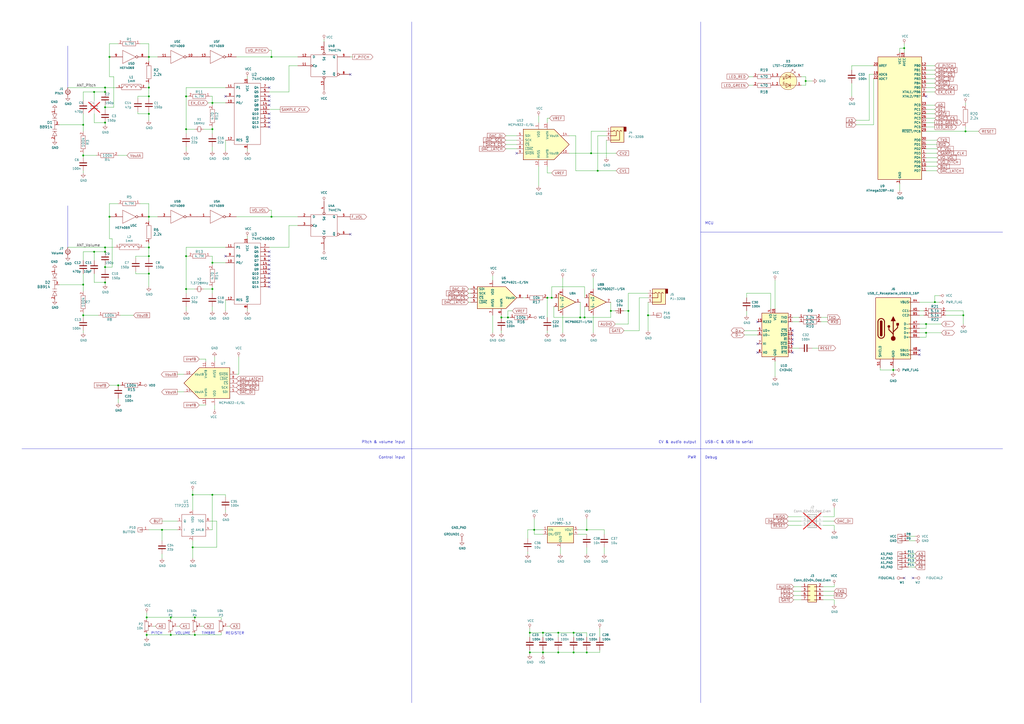
<source format=kicad_sch>
(kicad_sch (version 20231120) (generator "eeschema") (generator_version "8.0")
  (paper "A2")
  (title_block (title "Open.Theremin V4.5") (date "2023") (rev "1.0") (company "GaudiLabs"))
  (junction (at 48.26 165.1))
  (junction (at 560.07 76.2))
  (junction (at 60.96 62.23))
  (junction (at 86.36 55.88))
  (junction (at 346.71 99.06))
  (junction (at 48.26 182.88))
  (junction (at 85.09 368.3))
  (junction (at 107.95 74.93))
  (junction (at 323.85 378.46))
  (junction (at 107.95 55.88))
  (junction (at 314.96 378.46))
  (junction (at 86.36 143.51))
  (junction (at 157.48 125.73))
  (junction (at 113.03 358.14))
  (junction (at 558.8 182.88))
  (junction (at 332.74 378.46))
  (junction (at 54.61 146.05))
  (junction (at 524.51 27.94))
  (junction (at 63.5 125.73))
  (junction (at 294.64 184.15))
  (junction (at 467.36 46.99))
  (junction (at 113.03 368.3))
  (junction (at 375.92 182.88))
  (junction (at 537.21 193.04))
  (junction (at 60.96 163.83))
  (junction (at 107.95 148.59))
  (junction (at 364.49 180.34))
  (junction (at 537.21 187.96))
  (junction (at 307.34 378.46))
  (junction (at 518.16 214.63))
  (junction (at 309.88 307.34))
  (junction (at 111.76 287.02))
  (junction (at 48.26 90.17))
  (junction (at 86.36 158.75))
  (junction (at 99.06 358.14))
  (junction (at 323.85 367.03))
  (junction (at 340.36 378.46))
  (junction (at 157.48 33.02))
  (junction (at 123.19 59.69))
  (junction (at 60.96 143.51))
  (junction (at 60.96 146.05))
  (junction (at 340.36 307.34))
  (junction (at 123.19 74.93))
  (junction (at 107.95 167.64))
  (junction (at 54.61 53.34))
  (junction (at 48.26 72.39))
  (junction (at 307.34 367.03))
  (junction (at 86.36 125.73))
  (junction (at 86.36 66.04))
  (junction (at 63.5 33.02))
  (junction (at 290.83 184.15))
  (junction (at 542.29 175.26))
  (junction (at 86.36 148.59))
  (junction (at 99.06 368.3))
  (junction (at 86.36 50.8))
  (junction (at 342.9 88.9))
  (junction (at 354.33 180.34))
  (junction (at 60.96 50.8))
  (junction (at 111.76 317.5))
  (junction (at 336.55 184.15))
  (junction (at 93.98 307.34))
  (junction (at 85.09 358.14))
  (junction (at 60.96 154.94))
  (junction (at 320.04 172.72))
  (junction (at 60.96 71.12))
  (junction (at 339.09 184.15))
  (junction (at 60.96 53.34))
  (junction (at 314.96 367.03))
  (junction (at 86.36 33.02))
  (junction (at 123.19 152.4))
  (junction (at 332.74 367.03))
  (junction (at 68.58 223.52))
  (junction (at 317.5 172.72))
  (junction (at 123.19 167.64))
  (junction (at 123.19 287.02))
  (no_connect (at 156.21 60.96))
  (no_connect (at 156.21 156.21))
  (no_connect (at 156.21 163.83))
  (no_connect (at 459.74 191.77))
  (no_connect (at 439.42 186.69))
  (no_connect (at 459.74 199.39))
  (no_connect (at 533.4 203.2))
  (no_connect (at 439.42 204.47))
  (no_connect (at 529.59 335.28))
  (no_connect (at 533.4 205.74))
  (no_connect (at 156.21 66.04))
  (no_connect (at 156.21 158.75))
  (no_connect (at 156.21 68.58))
  (no_connect (at 203.2 135.89))
  (no_connect (at 156.21 55.88))
  (no_connect (at 130.81 55.88))
  (no_connect (at 156.21 146.05))
  (no_connect (at 156.21 151.13))
  (no_connect (at 459.74 196.85))
  (no_connect (at 156.21 71.12))
  (no_connect (at 156.21 73.66))
  (no_connect (at 156.21 153.67))
  (no_connect (at 156.21 161.29))
  (no_connect (at 537.21 55.88))
  (no_connect (at 156.21 58.42))
  (no_connect (at 299.72 88.9))
  (no_connect (at 439.42 199.39))
  (no_connect (at 524.51 335.28))
  (no_connect (at 130.81 148.59))
  (no_connect (at 156.21 148.59))
  (no_connect (at 459.74 194.31))
  (no_connect (at 459.74 204.47))
  (no_connect (at 156.21 166.37))
  (no_connect (at 156.21 50.8))
  (no_connect (at 203.2 43.18))
  (wire (pts (xy 143.51 137.16) (xy 143.51 138.43)))
  (wire (pts (xy 48.26 165.1) (xy 48.26 168.91)))
  (wire (pts (xy 350.52 317.5) (xy 350.52 321.31)))
  (wire (pts (xy 519.43 214.63) (xy 518.16 214.63)))
  (wire (pts (xy 307.34 377.19) (xy 307.34 378.46)))
  (wire (pts (xy 48.26 158.75) (xy 48.26 165.1)))
  (wire (pts (xy 85.09 367.03) (xy 85.09 368.3)))
  (wire (pts (xy 309.88 307.34) (xy 314.96 307.34)))
  (wire (pts (xy 113.03 74.93) (xy 107.95 74.93)))
  (wire (pts (xy 113.03 368.3) (xy 128.27 368.3)))
  (wire (pts (xy 560.07 59.69) (xy 560.07 60.96)))
  (wire (pts (xy 65.024 138.43) (xy 65.024 154.94)))
  (wire (pts (xy 123.19 55.88) (xy 123.19 59.69)))
  (wire (pts (xy 530.86 311.15) (xy 527.05 311.15)))
  (wire (pts (xy 86.36 118.11) (xy 86.36 125.73)))
  (wire (pts (xy 332.74 378.46) (xy 332.74 377.19)))
  (wire (pts (xy 474.98 201.93) (xy 471.17 201.93)))
  (wire (pts (xy 157.48 121.92) (xy 156.21 121.92)))
  (wire (pts (xy 542.29 38.1) (xy 537.21 38.1)))
  (wire (pts (xy 285.75 160.02) (xy 285.75 162.56)))
  (wire (pts (xy 123.19 166.37) (xy 123.19 167.64)))
  (wire (pts (xy 116.84 363.22) (xy 118.11 363.22)))
  (wire (pts (xy 63.5 33.02) (xy 63.5 44.45)))
  (wire (pts (xy 299.72 78.74) (xy 293.37 78.74)))
  (wire (pts (xy 510.54 214.63) (xy 510.54 213.36)))
  (wire (pts (xy 463.55 186.69) (xy 459.74 186.69)))
  (wire (pts (xy 273.05 170.18) (xy 271.78 170.18)))
  (wire (pts (xy 307.34 378.46) (xy 307.34 379.73)))
  (wire (pts (xy 542.29 171.45) (xy 542.29 175.26)))
  (wire (pts (xy 546.1 187.96) (xy 537.21 187.96)))
  (wire (pts (xy 48.26 72.39) (xy 48.26 76.2)))
  (wire (pts (xy 323.85 367.03) (xy 323.85 369.57)))
  (wire (pts (xy 309.88 300.99) (xy 309.88 307.34)))
  (wire (pts (xy 326.39 161.29) (xy 326.39 167.64)))
  (wire (pts (xy 86.36 157.48) (xy 86.36 158.75)))
  (wire (pts (xy 477.52 340.36) (xy 483.87 340.36)))
  (wire (pts (xy 314.96 309.88) (xy 309.88 309.88)))
  (wire (pts (xy 138.43 217.17) (xy 137.16 217.17)))
  (wire (pts (xy 107.95 74.93) (xy 107.95 77.47)))
  (polyline (pts (xy 12.7 260.35) (xy 406.4 260.35)))
  (wire (pts (xy 54.61 146.05) (xy 54.61 151.13)))
  (wire (pts (xy 63.5 25.4) (xy 68.58 25.4)))
  (wire (pts (xy 535.94 182.88) (xy 533.4 182.88)))
  (wire (pts (xy 123.19 148.59) (xy 123.19 152.4)))
  (wire (pts (xy 60.96 146.05) (xy 60.96 143.51)))
  (wire (pts (xy 107.95 177.8) (xy 107.95 180.34)))
  (wire (pts (xy 356.87 187.96) (xy 364.49 187.96)))
  (wire (pts (xy 370.84 172.72) (xy 375.92 172.72)))
  (wire (pts (xy 340.36 317.5) (xy 340.36 321.31)))
  (wire (pts (xy 156.21 143.51) (xy 167.64 143.51)))
  (wire (pts (xy 167.64 130.81) (xy 172.72 130.81)))
  (wire (pts (xy 293.37 86.36) (xy 299.72 86.36)))
  (wire (pts (xy 123.19 177.8) (xy 123.19 180.34)))
  (wire (pts (xy 113.03 367.03) (xy 113.03 368.3)))
  (wire (pts (xy 107.95 143.51) (xy 130.81 143.51)))
  (wire (pts (xy 86.36 143.51) (xy 83.82 143.51)))
  (wire (pts (xy 102.87 363.22) (xy 104.14 363.22)))
  (wire (pts (xy 121.92 307.34) (xy 123.19 307.34)))
  (wire (pts (xy 558.8 180.34) (xy 558.8 182.88)))
  (wire (pts (xy 290.83 191.77) (xy 290.83 193.04)))
  (wire (pts (xy 86.36 64.77) (xy 86.36 66.04)))
  (wire (pts (xy 109.22 148.59) (xy 107.95 148.59)))
  (wire (pts (xy 306.07 307.34) (xy 306.07 312.42)))
  (wire (pts (xy 334.01 78.74) (xy 334.01 99.06)))
  (polyline (pts (xy 39.37 119.38) (xy 39.37 143.51)))
  (polyline (pts (xy 39.37 26.67) (xy 39.37 50.8)))
  (wire (pts (xy 477.52 304.8) (xy 483.87 304.8)))
  (wire (pts (xy 63.5 25.4) (xy 63.5 33.02)))
  (wire (pts (xy 113.03 358.14) (xy 113.03 359.41)))
  (wire (pts (xy 86.36 55.88) (xy 86.36 57.15)))
  (wire (pts (xy 143.51 44.45) (xy 143.51 45.72)))
  (polyline (pts (xy 406.4 260.35) (xy 406.4 407.67)))
  (wire (pts (xy 111.76 313.69) (xy 111.76 317.5)))
  (wire (pts (xy 128.27 358.14) (xy 128.27 359.41)))
  (wire (pts (xy 157.48 29.21) (xy 157.48 33.02)))
  (wire (pts (xy 449.58 162.56) (xy 449.58 179.07)))
  (wire (pts (xy 48.26 146.05) (xy 54.61 146.05)))
  (wire (pts (xy 118.11 167.64) (xy 123.19 167.64)))
  (wire (pts (xy 123.19 307.34) (xy 123.19 287.02)))
  (wire (pts (xy 109.22 55.88) (xy 107.95 55.88)))
  (wire (pts (xy 530.86 326.39) (xy 527.05 326.39)))
  (wire (pts (xy 99.06 368.3) (xy 113.03 368.3)))
  (wire (pts (xy 123.19 287.02) (xy 130.81 287.02)))
  (wire (pts (xy 483.87 294.64) (xy 483.87 299.72)))
  (polyline (pts (xy 406.4 134.62) (xy 581.66 134.62)))
  (wire (pts (xy 317.5 172.72) (xy 320.04 172.72)))
  (wire (pts (xy 344.17 161.29) (xy 344.17 167.64)))
  (wire (pts (xy 457.2 302.26) (xy 464.82 302.26)))
  (wire (pts (xy 323.85 378.46) (xy 332.74 378.46)))
  (wire (pts (xy 542.29 48.26) (xy 537.21 48.26)))
  (polyline (pts (xy 406.4 260.35) (xy 581.66 260.35)))
  (wire (pts (xy 314.96 367.03) (xy 314.96 369.57)))
  (wire (pts (xy 157.48 33.02) (xy 137.16 33.02)))
  (wire (pts (xy 68.58 233.68) (xy 68.58 231.14)))
  (wire (pts (xy 375.92 182.88) (xy 375.92 191.77)))
  (wire (pts (xy 537.21 190.5) (xy 537.21 187.96)))
  (wire (pts (xy 457.2 304.8) (xy 464.82 304.8)))
  (wire (pts (xy 346.71 99.06) (xy 334.01 99.06)))
  (wire (pts (xy 560.07 76.2) (xy 537.21 76.2)))
  (wire (pts (xy 107.95 50.8) (xy 107.95 55.88)))
  (wire (pts (xy 86.36 125.73) (xy 86.36 128.27)))
  (wire (pts (xy 68.58 223.52) (xy 63.5 223.52)))
  (wire (pts (xy 111.76 284.48) (xy 111.76 287.02)))
  (wire (pts (xy 364.49 187.96) (xy 364.49 180.34)))
  (wire (pts (xy 483.87 304.8) (xy 483.87 307.34)))
  (wire (pts (xy 107.95 148.59) (xy 107.95 167.64)))
  (wire (pts (xy 123.19 152.4) (xy 123.19 153.67)))
  (wire (pts (xy 317.5 71.12) (xy 317.5 68.58)))
  (wire (pts (xy 542.29 53.34) (xy 537.21 53.34)))
  (wire (pts (xy 271.78 172.72) (xy 273.05 172.72)))
  (wire (pts (xy 167.64 38.1) (xy 172.72 38.1)))
  (wire (pts (xy 542.29 45.72) (xy 537.21 45.72)))
  (wire (pts (xy 309.88 309.88) (xy 309.88 307.34)))
  (wire (pts (xy 309.88 307.34) (xy 306.07 307.34)))
  (wire (pts (xy 138.43 207.01) (xy 138.43 217.17)))
  (wire (pts (xy 123.19 55.88) (xy 121.92 55.88)))
  (wire (pts (xy 530.86 321.31) (xy 527.05 321.31)))
  (wire (pts (xy 320.04 166.37) (xy 339.09 166.37)))
  (wire (pts (xy 86.36 48.26) (xy 86.36 50.8)))
  (wire (pts (xy 111.76 317.5) (xy 111.76 323.85)))
  (wire (pts (xy 342.9 76.2) (xy 351.79 76.2)))
  (wire (pts (xy 463.55 201.93) (xy 459.74 201.93)))
  (wire (pts (xy 320.04 172.72) (xy 320.04 166.37)))
  (wire (pts (xy 157.48 125.73) (xy 172.72 125.73)))
  (wire (pts (xy 330.2 88.9) (xy 342.9 88.9)))
  (wire (pts (xy 48.26 88.9) (xy 48.26 90.17)))
  (wire (pts (xy 86.36 50.8) (xy 86.36 55.88)))
  (wire (pts (xy 107.95 167.64) (xy 107.95 170.18)))
  (wire (pts (xy 69.85 182.88) (xy 77.47 182.88)))
  (wire (pts (xy 483.87 342.9) (xy 477.52 342.9)))
  (wire (pts (xy 506.73 38.1) (xy 494.03 38.1)))
  (wire (pts (xy 339.09 184.15) (xy 354.33 184.15)))
  (wire (pts (xy 494.03 38.1) (xy 494.03 40.64)))
  (wire (pts (xy 317.5 172.72) (xy 317.5 184.15)))
  (wire (pts (xy 518.16 214.63) (xy 518.16 215.9)))
  (wire (pts (xy 332.74 367.03) (xy 340.36 367.03)))
  (wire (pts (xy 317.5 100.33) (xy 317.5 96.52)))
  (wire (pts (xy 340.36 307.34) (xy 335.28 307.34)))
  (wire (pts (xy 361.95 180.34) (xy 364.49 180.34)))
  (wire (pts (xy 317.5 193.04) (xy 317.5 191.77)))
  (wire (pts (xy 48.26 181.61) (xy 48.26 182.88)))
  (wire (pts (xy 107.95 50.8) (xy 130.81 50.8)))
  (wire (pts (xy 364.49 180.34) (xy 364.49 170.18)))
  (wire (pts (xy 336.55 184.15) (xy 339.09 184.15)))
  (wire (pts (xy 115.57 208.28) (xy 119.38 208.28)))
  (wire (pts (xy 128.27 368.3) (xy 128.27 367.03)))
  (wire (pts (xy 113.03 358.14) (xy 128.27 358.14)))
  (wire (pts (xy 543.56 81.28) (xy 537.21 81.28)))
  (wire (pts (xy 48.26 66.04) (xy 48.26 72.39)))
  (wire (pts (xy 123.19 167.64) (xy 123.19 170.18)))
  (wire (pts (xy 334.01 78.74) (xy 330.2 78.74)))
  (wire (pts (xy 123.19 59.69) (xy 120.65 59.69)))
  (wire (pts (xy 86.36 66.04) (xy 86.36 69.85)))
  (wire (pts (xy 54.61 146.05) (xy 60.96 146.05)))
  (wire (pts (xy 314.96 377.19) (xy 314.96 378.46)))
  (wire (pts (xy 496.57 69.85) (xy 504.19 69.85)))
  (wire (pts (xy 99.06 358.14) (xy 99.06 359.41)))
  (wire (pts (xy 351.79 81.28) (xy 351.79 91.44)))
  (wire (pts (xy 60.96 143.51) (xy 66.04 143.51)))
  (wire (pts (xy 80.01 55.88) (xy 86.36 55.88)))
  (wire (pts (xy 483.87 299.72) (xy 477.52 299.72)))
  (wire (pts (xy 542.29 40.64) (xy 537.21 40.64)))
  (wire (pts (xy 293.37 83.82) (xy 299.72 83.82)))
  (wire (pts (xy 162.56 63.5) (xy 156.21 63.5)))
  (wire (pts (xy 354.33 180.34) (xy 354.33 184.15)))
  (wire (pts (xy 460.375 345.44) (xy 464.82 345.44)))
  (wire (pts (xy 477.52 347.98) (xy 483.87 347.98)))
  (wire (pts (xy 370.84 172.72) (xy 370.84 191.77)))
  (wire (pts (xy 107.95 55.88) (xy 107.95 74.93)))
  (wire (pts (xy 78.74 148.59) (xy 86.36 148.59)))
  (wire (pts (xy 483.87 339.09) (xy 483.87 340.36)))
  (wire (pts (xy 60.96 71.12) (xy 60.96 72.39)))
  (wire (pts (xy 304.8 172.72) (xy 303.53 172.72)))
  (wire (pts (xy 60.96 60.96) (xy 60.96 62.23)))
  (wire (pts (xy 307.34 367.03) (xy 307.34 369.57)))
  (wire (pts (xy 86.36 140.97) (xy 86.36 143.51)))
  (wire (pts (xy 78.74 158.75) (xy 86.36 158.75)))
  (wire (pts (xy 357.505 99.06) (xy 346.71 99.06)))
  (wire (pts (xy 447.04 170.18) (xy 447.04 179.07)))
  (wire (pts (xy 518.16 214.63) (xy 518.16 213.36)))
  (wire (pts (xy 294.64 184.15) (xy 295.91 184.15)))
  (wire (pts (xy 544.83 175.26) (xy 542.29 175.26)))
  (wire (pts (xy 60.96 153.67) (xy 60.96 154.94)))
  (wire (pts (xy 130.81 59.69) (xy 123.19 59.69)))
  (wire (pts (xy 93.98 323.85) (xy 93.98 321.31)))
  (wire (pts (xy 537.21 195.58) (xy 533.4 195.58)))
  (wire (pts (xy 377.19 182.88) (xy 375.92 182.88)))
  (wire (pts (xy 143.51 179.07) (xy 143.51 180.34)))
  (wire (pts (xy 544.83 171.45) (xy 542.29 171.45)))
  (wire (pts (xy 65.024 138.43) (xy 63.5 138.43)))
  (wire (pts (xy 111.76 287.02) (xy 111.76 295.91)))
  (wire (pts (xy 506.73 45.72) (xy 506.73 72.39)))
  (wire (pts (xy 57.15 182.88) (xy 48.26 182.88)))
  (wire (pts (xy 307.34 364.49) (xy 307.34 367.03)))
  (wire (pts (xy 467.36 49.53) (xy 467.36 46.99)))
  (wire (pts (xy 93.98 307.34) (xy 102.87 307.34)))
  (wire (pts (xy 86.36 307.34) (xy 93.98 307.34)))
  (wire (pts (xy 39.37 50.8) (xy 60.96 50.8)))
  (wire (pts (xy 524.51 25.4) (xy 524.51 27.94)))
  (wire (pts (xy 439.42 194.31) (xy 431.8 194.31)))
  (wire (pts (xy 537.21 71.12) (xy 542.29 71.12)))
  (wire (pts (xy 54.61 163.83) (xy 60.96 163.83)))
  (wire (pts (xy 60.96 53.34) (xy 60.96 50.8)))
  (wire (pts (xy 80.01 66.04) (xy 80.01 64.77)))
  (wire (pts (xy 504.19 69.85) (xy 504.19 43.18)))
  (wire (pts (xy 314.96 378.46) (xy 314.96 379.73)))
  (wire (pts (xy 543.56 96.52) (xy 537.21 96.52)))
  (wire (pts (xy 483.87 345.44) (xy 477.52 345.44)))
  (wire (pts (xy 137.16 125.73) (xy 157.48 125.73)))
  (wire (pts (xy 121.92 302.26) (xy 125.73 302.26)))
  (wire (pts (xy 567.69 76.2) (xy 560.07 76.2)))
  (wire (pts (xy 447.04 170.18) (xy 433.07 170.18)))
  (wire (pts (xy 339.09 166.37) (xy 339.09 172.72)))
  (wire (pts (xy 347.98 364.49) (xy 347.98 369.57)))
  (wire (pts (xy 290.83 182.88) (xy 290.83 184.15)))
  (wire (pts (xy 85.09 368.3) (xy 99.06 368.3)))
  (wire (pts (xy 81.28 118.11) (xy 86.36 118.11)))
  (wire (pts (xy 320.04 172.72) (xy 321.31 172.72)))
  (wire (pts (xy 54.61 53.34) (xy 54.61 58.42)))
  (wire (pts (xy 521.97 110.49) (xy 521.97 106.68)))
  (wire (pts (xy 543.56 88.9) (xy 537.21 88.9)))
  (wire (pts (xy 294.64 180.34) (xy 294.64 184.15)))
  (wire (pts (xy 48.26 151.13) (xy 48.26 146.05)))
  (wire (pts (xy 85.09 355.6) (xy 85.09 358.14)))
  (wire (pts (xy 347.98 378.46) (xy 347.98 377.19)))
  (wire (pts (xy 55.88 90.17) (xy 48.26 90.17)))
  (wire (pts (xy 34.29 72.39) (xy 48.26 72.39)))
  (wire (pts (xy 78.74 149.86) (xy 78.74 148.59)))
  (wire (pts (xy 86.36 50.8) (xy 85.09 50.8)))
  (wire (pts (xy 467.36 46.99) (xy 471.17 46.99)))
  (wire (pts (xy 537.21 187.96) (xy 533.4 187.96)))
  (wire (pts (xy 312.42 96.52) (xy 312.42 107.95)))
  (wire (pts (xy 80.01 57.15) (xy 80.01 55.88)))
  (wire (pts (xy 320.04 100.33) (xy 317.5 100.33)))
  (wire (pts (xy 480.06 184.15) (xy 476.25 184.15)))
  (wire (pts (xy 48.26 58.42) (xy 48.26 53.34)))
  (wire (pts (xy 527.05 313.69) (xy 530.86 313.69)))
  (wire (pts (xy 118.11 74.93) (xy 123.19 74.93)))
  (wire (pts (xy 48.26 53.34) (xy 54.61 53.34)))
  (wire (pts (xy 107.95 143.51) (xy 107.95 148.59)))
  (wire (pts (xy 307.34 378.46) (xy 314.96 378.46)))
  (polyline (pts (xy 238.76 12.7) (xy 238.76 260.35)))
  (wire (pts (xy 524.51 27.94) (xy 524.51 30.48)))
  (wire (pts (xy 433.07 180.34) (xy 433.07 182.88)))
  (wire (pts (xy 543.56 99.06) (xy 537.21 99.06)))
  (wire (pts (xy 346.71 78.74) (xy 351.79 78.74)))
  (wire (pts (xy 344.17 182.88) (xy 344.17 193.04)))
  (wire (pts (xy 106.68 217.17) (xy 102.87 217.17)))
  (wire (pts (xy 325.12 317.5) (xy 325.12 321.31)))
  (wire (pts (xy 510.54 214.63) (xy 518.16 214.63)))
  (wire (pts (xy 340.36 378.46) (xy 347.98 378.46)))
  (wire (pts (xy 63.5 118.11) (xy 63.5 125.73)))
  (wire (pts (xy 111.76 287.02) (xy 123.19 287.02)))
  (wire (pts (xy 317.5 68.58) (xy 318.77 68.58)))
  (wire (pts (xy 66.04 44.45) (xy 66.04 62.23)))
  (wire (pts (xy 548.64 180.34) (xy 558.8 180.34)))
  (wire (pts (xy 123.19 73.66) (xy 123.19 74.93)))
  (wire (pts (xy 476.25 186.69) (xy 480.06 186.69)))
  (wire (pts (xy 460.375 347.98) (xy 464.82 347.98)))
  (wire (pts (xy 340.36 307.34) (xy 350.52 307.34)))
  (wire (pts (xy 39.37 143.51) (xy 60.96 143.51)))
  (wire (pts (xy 123.19 85.09) (xy 123.19 87.63)))
  (wire (pts (xy 339.09 184.15) (xy 339.09 177.8)))
  (wire (pts (xy 342.9 76.2) (xy 342.9 88.9)))
  (wire (pts (xy 167.64 143.51) (xy 167.64 130.81)))
  (wire (pts (xy 350.52 307.34) (xy 350.52 309.88)))
  (wire (pts (xy 434.34 49.53) (xy 436.88 49.53)))
  (wire (pts (xy 48.26 90.17) (xy 48.26 91.44)))
  (wire (pts (xy 321.31 184.15) (xy 336.55 184.15)))
  (wire (pts (xy 78.74 157.48) (xy 78.74 158.75)))
  (wire (pts (xy 167.64 53.34) (xy 156.21 53.34)))
  (wire (pts (xy 143.51 86.36) (xy 143.51 87.63)))
  (wire (pts (xy 449.58 209.55) (xy 449.58 218.44)))
  (wire (pts (xy 354.33 180.34) (xy 356.87 180.34)))
  (wire (pts (xy 464.82 49.53) (xy 467.36 49.53)))
  (wire (pts (xy 48.26 182.88) (xy 48.26 184.15)))
  (wire (pts (xy 85.09 368.3) (xy 85.09 369.57)))
  (wire (pts (xy 542.29 175.26) (xy 533.4 175.26)))
  (wire (pts (xy 157.48 29.21) (xy 156.21 29.21)))
  (wire (pts (xy 558.8 182.88) (xy 558.8 187.96)))
  (wire (pts (xy 323.85 367.03) (xy 332.74 367.03)))
  (wire (pts (xy 457.2 299.72) (xy 464.82 299.72)))
  (wire (pts (xy 314.96 378.46) (xy 323.85 378.46)))
  (wire (pts (xy 85.09 358.14) (xy 99.06 358.14)))
  (wire (pts (xy 86.36 148.59) (xy 86.36 149.86)))
  (wire (pts (xy 527.05 323.85) (xy 530.86 323.85)))
  (wire (pts (xy 48.26 99.06) (xy 48.26 100.33)))
  (wire (pts (xy 107.95 85.09) (xy 107.95 87.63)))
  (wire (pts (xy 537.21 193.04) (xy 537.21 195.58)))
  (wire (pts (xy 340.36 367.03) (xy 340.36 369.57)))
  (wire (pts (xy 504.19 43.18) (xy 506.73 43.18)))
  (wire (pts (xy 88.9 363.22) (xy 90.17 363.22)))
  (wire (pts (xy 537.21 193.04) (xy 533.4 193.04)))
  (wire (pts (xy 542.29 73.66) (xy 537.21 73.66)))
  (wire (pts (xy 167.64 38.1) (xy 167.64 53.34)))
  (wire (pts (xy 63.5 118.11) (xy 68.58 118.11)))
  (wire (pts (xy 187.96 24.13) (xy 187.96 22.86)))
  (wire (pts (xy 69.85 223.52) (xy 68.58 223.52)))
  (wire (pts (xy 494.03 48.26) (xy 494.03 55.88)))
  (wire (pts (xy 323.85 378.46) (xy 323.85 377.19)))
  (wire (pts (xy 86.36 33.02) (xy 91.44 33.02)))
  (wire (pts (xy 60.96 154.94) (xy 65.024 154.94)))
  (wire (pts (xy 336.55 184.15) (xy 336.55 175.26)))
  (wire (pts (xy 321.31 177.8) (xy 321.31 184.15)))
  (wire (pts (xy 361.95 191.77) (xy 370.84 191.77)))
  (wire (pts (xy 130.81 295.91) (xy 130.81 297.18)))
  (wire (pts (xy 93.98 307.34) (xy 93.98 313.69)))
  (wire (pts (xy 285.75 182.88) (xy 285.75 193.04)))
  (wire (pts (xy 54.61 158.75) (xy 54.61 163.83)))
  (wire (pts (xy 293.37 81.28) (xy 299.72 81.28)))
  (wire (pts (xy 342.9 88.9) (xy 357.505 88.9)))
  (wire (pts (xy 124.46 234.95) (xy 124.46 237.49)))
  (wire (pts (xy 119.38 208.28) (xy 119.38 209.55)))
  (wire (pts (xy 346.71 78.74) (xy 346.71 99.06)))
  (wire (pts (xy 86.36 143.51) (xy 86.36 148.59)))
  (wire (pts (xy 340.36 300.99) (xy 340.36 307.34)))
  (wire (pts (xy 60.96 62.23) (xy 66.04 62.23)))
  (wire (pts (xy 115.57 234.95) (xy 119.38 234.95)))
  (wire (pts (xy 434.34 44.45) (xy 436.88 44.45)))
  (wire (pts (xy 535.94 180.34) (xy 533.4 180.34)))
  (wire (pts (xy 307.34 367.03) (xy 314.96 367.03)))
  (wire (pts (xy 130.81 152.4) (xy 123.19 152.4)))
  (wire (pts (xy 48.26 191.77) (xy 48.26 193.04)))
  (wire (pts (xy 543.56 86.36) (xy 537.21 86.36)))
  (wire (pts (xy 460.375 342.9) (xy 464.82 342.9)))
  (wire (pts (xy 124.46 207.01) (xy 124.46 209.55)))
  (wire (pts (xy 537.21 66.04) (xy 542.29 66.04)))
  (wire (pts (xy 521.97 27.94) (xy 524.51 27.94)))
  (wire (pts (xy 543.56 91.44) (xy 537.21 91.44)))
  (wire (pts (xy 113.03 167.64) (xy 107.95 167.64)))
  (wire (pts (xy 340.36 378.46) (xy 340.36 377.19)))
  (wire (pts (xy 68.58 90.17) (xy 73.66 90.17)))
  (wire (pts (xy 460.375 340.36) (xy 464.82 340.36)))
  (wire (pts (xy 548.64 182.88) (xy 558.8 182.88)))
  (wire (pts (xy 290.83 184.15) (xy 294.64 184.15)))
  (wire (pts (xy 99.06 358.14) (xy 113.03 358.14)))
  (wire (pts (xy 102.87 227.33) (xy 106.68 227.33)))
  (wire (pts (xy 86.36 33.02) (xy 86.36 35.56)))
  (wire (pts (xy 364.49 170.18) (xy 375.92 170.18)))
  (wire (pts (xy 521.97 30.48) (xy 521.97 27.94)))
  (wire (pts (xy 463.55 184.15) (xy 459.74 184.15)))
  (wire (pts (xy 542.29 50.8) (xy 537.21 50.8)))
  (wire (pts (xy 560.07 73.66) (xy 560.07 76.2)))
  (wire (pts (xy 496.57 72.39) (xy 506.73 72.39)))
  (wire (pts (xy 54.61 71.12) (xy 60.96 71.12)))
  (wire (pts (xy 542.29 60.96) (xy 537.21 60.96)))
  (wire (pts (xy 306.07 320.04) (xy 306.07 321.31)))
  (wire (pts (xy 431.8 191.77) (xy 439.42 191.77)))
  (wire (pts (xy 326.39 182.88) (xy 326.39 193.04)))
  (wire (pts (xy 271.78 167.64) (xy 273.05 167.64)))
  (wire (pts (xy 273.05 175.26) (xy 271.78 175.26)))
  (wire (pts (xy 542.29 63.5) (xy 537.21 63.5)))
  (wire (pts (xy 86.36 125.73) (xy 91.44 125.73)))
  (wire (pts (xy 312.42 67.31) (xy 312.42 71.12)))
  (wire (pts (xy 297.18 180.34) (xy 294.64 180.34)))
  (wire (pts (xy 85.09 358.14) (xy 85.09 359.41)))
  (wire (pts (xy 86.36 158.75) (xy 86.36 166.37)))
  (wire (pts (xy 60.96 163.83) (xy 60.96 165.1)))
  (wire (pts (xy 157.48 121.92) (xy 157.48 125.73)))
  (wire (pts (xy 81.28 25.4) (xy 86.36 25.4)))
  (wire (pts (xy 86.36 25.4) (xy 86.36 33.02)))
  (wire (pts (xy 123.19 148.59) (xy 121.92 148.59)))
  (wire (pts (xy 54.61 53.34) (xy 60.96 53.34)))
  (wire (pts (xy 204.47 33.02) (xy 203.2 33.02)))
  (wire (pts (xy 66.04 44.45) (xy 63.5 44.45)))
  (wire (pts (xy 86.36 66.04) (xy 80.01 66.04)))
  (wire (pts (xy 332.74 367.03) (xy 332.74 369.57)))
  (wire (pts (xy 375.92 175.26) (xy 375.92 182.88)))
  (wire (pts (xy 464.82 44.45) (xy 467.36 44.45)))
  (wire (pts (xy 332.74 378.46) (xy 340.36 378.46)))
  (polyline (pts (xy 406.4 12.7) (xy 406.4 260.35)))
  (wire (pts (xy 157.48 33.02) (xy 172.72 33.02)))
  (wire (pts (xy 543.56 93.98) (xy 537.21 93.98)))
  (wire (pts (xy 130.81 173.99) (xy 130.81 180.34)))
  (wire (pts (xy 546.1 193.04) (xy 537.21 193.04)))
  (wire (pts (xy 433.07 170.18) (xy 433.07 172.72)))
  (wire (pts (xy 130.81 81.28) (xy 130.81 87.63)))
  (wire (pts (xy 467.36 46.99) (xy 467.36 44.45)))
  (wire (pts (xy 102.87 302.26) (xy 93.98 302.26)))
  (wire (pts (xy 123.19 59.69) (xy 123.19 60.96)))
  (polyline (pts (xy 238.76 260.35) (xy 238.76 407.67)))
  (wire (pts (xy 60.96 154.94) (xy 60.96 156.21)))
  (wire (pts (xy 533.4 190.5) (xy 537.21 190.5)))
  (wire (pts (xy 111.76 317.5) (xy 125.73 317.5)))
  (wire (pts (xy 335.28 309.88) (xy 340.36 309.88)))
  (wire (pts (xy 125.73 302.26) (xy 125.73 317.5)))
  (wire (pts (xy 314.96 367.03) (xy 323.85 367.03)))
  (wire (pts (xy 543.56 83.82) (xy 537.21 83.82)))
  (wire (pts (xy 60.96 50.8) (xy 67.31 50.8)))
  (wire (pts (xy 60.96 62.23) (xy 60.96 63.5)))
  (wire (pts (xy 132.08 363.22) (xy 133.35 363.22)))
  (wire (pts (xy 354.33 175.26) (xy 354.33 180.34)))
  (wire (pts (xy 527.05 328.93) (xy 530.86 328.93)))
  (wire (pts (xy 123.19 74.93) (xy 123.19 77.47)))
  (wire (pts (xy 483.87 302.26) (xy 477.52 302.26)))
  (wire (pts (xy 54.61 66.04) (xy 54.61 71.12)))
  (wire (pts (xy 34.29 165.1) (xy 48.26 165.1)))
  (wire (pts (xy 542.29 68.58) (xy 537.21 68.58)))
  (wire (pts (xy 483.87 347.98) (xy 483.87 350.52)))
  (wire (pts (xy 99.06 367.03) (xy 99.06 368.3)))
  (wire (pts (xy 63.5 125.73) (xy 63.5 138.43)))
  (wire (pts (xy 542.29 43.18) (xy 537.21 43.18)))
  (wire (pts (xy 130.81 287.02) (xy 130.81 288.29)))
  (text "PWR" (at 403.86 265.43 0) (effects (font (size 1.524 1.524)) (justify right)))
  (text "REGISTER" (at 130.81 368.3 0) (effects (font (size 1.524 1.524)) (justify left bottom)))
  (text "MCU" (at 408.94 129.54 0) (effects (font (size 1.524 1.524)) (justify left)))
  (text "VOLUME" (at 101.6 368.3 0) (effects (font (size 1.524 1.524)) (justify left bottom)))
  (text "Pitch & volume input" (at 234.95 256.54 0) (effects (font (size 1.524 1.524)) (justify right)))
  (text "TIMBRE" (at 116.84 368.3 0) (effects (font (size 1.524 1.524)) (justify left bottom)))
  (text "PITCH" (at 87.63 368.3 0) (effects (font (size 1.524 1.524)) (justify left bottom)))
  (text "Debug" (at 408.94 265.43 0) (effects (font (size 1.524 1.524)) (justify left)))
  (text "USB-C & USB to serial" (at 408.94 256.54 0) (effects (font (size 1.524 1.524)) (justify left)))
  (text "CV & audio output" (at 403.86 256.54 0) (effects (font (size 1.524 1.524)) (justify right)))
  (text "Control input" (at 234.95 265.43 0) (effects (font (size 1.524 1.524)) (justify right)))
  (label "ANT_Pitch" (at 44.45 50.8 0) (effects (font (size 1.524 1.524))))
  (label "ANT_Volume" (at 44.45 143.51 0) (effects (font (size 1.524 1.524))))
  (global_label "A3" (shape input) (at 530.86 321.31 0) (effects (font (size 1.524 1.524))) (property "Intersheetrefs" "${INTERSHEET_REFS}" (effects (hide yes))))
  (global_label "DAC3_CS" (shape input) (at 293.37 83.82 180) (effects (font (size 1.524 1.524))) (property "Intersheetrefs" "${INTERSHEET_REFS}" (effects (hide yes))))
  (global_label "DAC_DI" (shape input) (at 271.78 167.64 180) (effects (font (size 1.524 1.524))) (property "Intersheetrefs" "${INTERSHEET_REFS}" (effects (hide yes))))
  (global_label "DAC_SCK" (shape input) (at 542.29 50.8 0) (effects (font (size 1.524 1.524))) (property "Intersheetrefs" "${INTERSHEET_REFS}" (effects (hide yes))))
  (global_label "DAC_SCK" (shape input) (at 137.16 224.79 0) (effects (font (size 1.524 1.524))) (property "Intersheetrefs" "${INTERSHEET_REFS}" (effects (hide yes))))
  (global_label "RXD" (shape output) (at 543.56 83.82 0) (effects (font (size 1.524 1.524))) (property "Intersheetrefs" "${INTERSHEET_REFS}" (effects (hide yes))))
  (global_label "F_VOL" (shape input) (at 543.56 86.36 0) (effects (font (size 1.524 1.524))) (property "Intersheetrefs" "${INTERSHEET_REFS}" (effects (hide yes))))
  (global_label "GATE" (shape input) (at 460.375 347.98 180) (effects (font (size 1.524 1.524))) (property "Intersheetrefs" "${INTERSHEET_REFS}" (effects (hide yes))))
  (global_label "D-" (shape bidirectional) (at 431.8 194.31 180) (effects (font (size 1.524 1.524))) (property "Intersheetrefs" "${INTERSHEET_REFS}" (effects (hide yes))))
  (global_label "A0" (shape input) (at 530.86 328.93 0) (effects (font (size 1.524 1.524))) (property "Intersheetrefs" "${INTERSHEET_REFS}" (effects (hide yes))))
  (global_label "DAC_CS" (shape input) (at 542.29 43.18 0) (effects (font (size 1.524 1.524))) (property "Intersheetrefs" "${INTERSHEET_REFS}" (effects (hide yes))))
  (global_label "RESET" (shape output) (at 474.98 201.93 0) (effects (font (size 1.524 1.524))) (property "Intersheetrefs" "${INTERSHEET_REFS}" (effects (hide yes))))
  (global_label "DAC_DI" (shape input) (at 542.29 45.72 0) (effects (font (size 1.524 1.524))) (property "Intersheetrefs" "${INTERSHEET_REFS}" (effects (hide yes))))
  (global_label "VoutA" (shape input) (at 73.66 90.17 0) (effects (font (size 1.524 1.524))) (property "Intersheetrefs" "${INTERSHEET_REFS}" (effects (hide yes))))
  (global_label "LED_GREEN" (shape output) (at 542.29 71.12 0) (effects (font (size 1.524 1.524))) (property "Intersheetrefs" "${INTERSHEET_REFS}" (effects (hide yes))))
  (global_label "VO_VOL" (shape input) (at 543.56 91.44 0) (effects (font (size 1.524 1.524))) (property "Intersheetrefs" "${INTERSHEET_REFS}" (effects (hide yes))))
  (global_label "VO_VOL" (shape input) (at 156.21 121.92 180) (effects (font (size 1.524 1.524))) (property "Intersheetrefs" "${INTERSHEET_REFS}" (effects (hide yes))))
  (global_label "SAMPLE_CLK" (shape output) (at 162.56 63.5 0) (effects (font (size 1.524 1.524))) (property "Intersheetrefs" "${INTERSHEET_REFS}" (effects (hide yes))))
  (global_label "A2" (shape input) (at 530.86 323.85 0) (effects (font (size 1.524 1.524))) (property "Intersheetrefs" "${INTERSHEET_REFS}" (effects (hide yes))))
  (global_label "VrefB" (shape input) (at 115.57 234.95 180) (effects (font (size 1.524 1.524))) (property "Intersheetrefs" "${INTERSHEET_REFS}" (effects (hide yes))))
  (global_label "F_PITCH" (shape output) (at 204.47 33.02 0) (effects (font (size 1.524 1.524))) (property "Intersheetrefs" "${INTERSHEET_REFS}" (effects (hide yes))))
  (global_label "DAC_DI" (shape input) (at 137.16 227.33 0) (effects (font (size 1.524 1.524))) (property "Intersheetrefs" "${INTERSHEET_REFS}" (effects (hide yes))))
  (global_label "DAC_LATCH" (shape input) (at 137.16 219.71 0) (effects (font (size 1.524 1.524))) (property "Intersheetrefs" "${INTERSHEET_REFS}" (effects (hide yes))))
  (global_label "D+" (shape bidirectional) (at 431.8 191.77 180) (effects (font (size 1.524 1.524))) (property "Intersheetrefs" "${INTERSHEET_REFS}" (effects (hide yes))))
  (global_label "DAC_DI" (shape input) (at 293.37 78.74 180) (effects (font (size 1.524 1.524))) (property "Intersheetrefs" "${INTERSHEET_REFS}" (effects (hide yes))))
  (global_label "DAC2_CS" (shape input) (at 542.29 40.64 0) (effects (font (size 1.524 1.524))) (property "Intersheetrefs" "${INTERSHEET_REFS}" (effects (hide yes))))
  (global_label "GATE" (shape input) (at 361.95 191.77 180) (effects (font (size 1.524 1.524))) (property "Intersheetrefs" "${INTERSHEET_REFS}" (effects (hide yes))))
  (global_label "A2" (shape input) (at 496.57 72.39 180) (effects (font (size 1.524 1.524))) (property "Intersheetrefs" "${INTERSHEET_REFS}" (effects (hide yes))))
  (global_label "AUDIO" (shape input) (at 356.87 187.96 180) (effects (font (size 1.524 1.524))) (property "Intersheetrefs" "${INTERSHEET_REFS}" (effects (hide yes))))
  (global_label "DAC_CS" (shape input) (at 271.78 172.72 180) (effects (font (size 1.524 1.524))) (property "Intersheetrefs" "${INTERSHEET_REFS}" (effects (hide yes))))
  (global_label "EX_CLK" (shape input) (at 542.29 53.34 0) (effects (font (size 1.524 1.524))) (property "Intersheetrefs" "${INTERSHEET_REFS}" (effects (hide yes))))
  (global_label "CV2" (shape input) (at 460.375 345.44 180) (effects (font (size 1.524 1.524))) (property "Intersheetrefs" "${INTERSHEET_REFS}" (effects (hide yes))))
  (global_label "TXD" (shape input) (at 483.87 342.9 0) (effects (font (size 1.524 1.524))) (property "Intersheetrefs" "${INTERSHEET_REFS}" (effects (hide yes))))
  (global_label "F_PITCH" (shape input) (at 542.29 38.1 0) (effects (font (size 1.524 1.524))) (property "Intersheetrefs" "${INTERSHEET_REFS}" (effects (hide yes))))
  (global_label "DAC_DI" (shape input) (at 483.87 302.26 0) (effects (font (size 1.524 1.524))) (property "Intersheetrefs" "${INTERSHEET_REFS}" (effects (hide yes))))
  (global_label "TXD" (shape output) (at 480.06 184.15 0) (effects (font (size 1.524 1.524))) (property "Intersheetrefs" "${INTERSHEET_REFS}" (effects (hide yes))))
  (global_label "GATE" (shape input) (at 542.29 66.04 0) (effects (font (size 1.524 1.524))) (property "Intersheetrefs" "${INTERSHEET_REFS}" (effects (hide yes))))
  (global_label "RXD" (shape output) (at 483.87 345.44 0) (effects (font (size 1.524 1.524))) (property "Intersheetrefs" "${INTERSHEET_REFS}" (effects (hide yes))))
  (global_label "SAMPLE_CLK" (shape input) (at 543.56 88.9 0) (effects (font (size 1.524 1.524))) (property "Intersheetrefs" "${INTERSHEET_REFS}" (effects (hide yes))))
  (global_label "VREF" (shape input) (at 297.18 180.34 0) (effects (font (size 1.524 1.524))) (property "Intersheetrefs" "${INTERSHEET_REFS}" (effects (hide yes))))
  (global_label "VREF" (shape input) (at 320.04 100.33 0) (effects (font (size 1.524 1.524))) (property "Intersheetrefs" "${INTERSHEET_REFS}" (effects (hide yes))))
  (global_label "DAC_LATCH" (shape input) (at 293.37 86.36 180) (effects (font (size 1.524 1.524))) (property "Intersheetrefs" "${INTERSHEET_REFS}" (effects (hide yes))))
  (global_label "DAC_SCK" (shape input) (at 457.2 302.26 180) (effects (font (size 1.524 1.524))) (property "Intersheetrefs" "${INTERSHEET_REFS}" (effects (hide yes))))
  (global_label "D+" (shape bidirectional) (at 546.1 193.04 0) (effects (font (size 1.524 1.524))) (property "Intersheetrefs" "${INTERSHEET_REFS}" (effects (hide yes))))
  (global_label "RESET" (shape input) (at 567.69 76.2 0) (effects (font (size 1.524 1.524))) (property "Intersheetrefs" "${INTERSHEET_REFS}" (effects (hide yes))))
  (global_label "VO_PITCH" (shape input) (at 156.21 29.21 180) (effects (font (size 1.524 1.524))) (property "Intersheetrefs" "${INTERSHEET_REFS}" (effects (hide yes))))
  (global_label "EX_CLK" (shape input) (at 120.65 59.69 180) (effects (font (size 1.524 1.524))) (property "Intersheetrefs" "${INTERSHEET_REFS}" (effects (hide yes))))
  (global_label "LED_GREEN" (shape input) (at 434.34 49.53 180) (effects (font (size 1.524 1.524))) (property "Intersheetrefs" "${INTERSHEET_REFS}" (effects (hide yes))))
  (global_label "AUDIO" (shape input) (at 460.375 340.36 180) (effects (font (size 1.524 1.524))) (property "Intersheetrefs" "${INTERSHEET_REFS}" (effects (hide yes))))
  (global_label "RESET" (shape input) (at 457.2 304.8 180) (effects (font (size 1.524 1.524))) (property "Intersheetrefs" "${INTERSHEET_REFS}" (effects (hide yes))))
  (global_label "CV1" (shape input) (at 357.505 99.06 0) (effects (font (size 1.524 1.524))) (property "Intersheetrefs" "${INTERSHEET_REFS}" (effects (hide yes))))
  (global_label "DAC_SCK" (shape input) (at 271.78 170.18 180) (effects (font (size 1.524 1.524))) (property "Intersheetrefs" "${INTERSHEET_REFS}" (effects (hide yes))))
  (global_label "A2" (shape input) (at 118.11 363.22 0) (effects (font (size 1.524 1.524))) (property "Intersheetrefs" "${INTERSHEET_REFS}" (effects (hide yes))))
  (global_label "MISO" (shape input) (at 457.2 299.72 180) (effects (font (size 1.524 1.524))) (property "Intersheetrefs" "${INTERSHEET_REFS}" (effects (hide yes))))
  (global_label "VrefB" (shape input) (at 115.57 208.28 180) (effects (font (size 1.524 1.524))) (property "Intersheetrefs" "${INTERSHEET_REFS}" (effects (hide yes))))
  (global_label "DAC_LATCH" (shape input) (at 543.56 99.06 0) (effects (font (size 1.524 1.524))) (property "Intersheetrefs" "${INTERSHEET_REFS}" (effects (hide yes))))
  (global_label "A3" (shape input) (at 133.35 363.22 0) (effects (font (size 1.524 1.524))) (property "Intersheetrefs" "${INTERSHEET_REFS}" (effects (hide yes))))
  (global_label "VoutA" (shape output) (at 102.87 227.33 180) (effects (font (size 1.524 1.524))) (property "Intersheetrefs" "${INTERSHEET_REFS}" (effects (hide yes))))
  (global_label "VO_PITCH" (shape input) (at 543.56 93.98 0) (effects (font (size 1.524 1.524))) (property "Intersheetrefs" "${INTERSHEET_REFS}" (effects (hide yes))))
  (global_label "A0" (shape input) (at 90.17 363.22 0) (effects (font (size 1.524 1.524))) (property "Intersheetrefs" "${INTERSHEET_REFS}" (effects (hide yes))))
  (global_label "A1" (shape input) (at 542.29 63.5 0) (effects (font (size 1.524 1.524))) (property "Intersheetrefs" "${INTERSHEET_REFS}" (effects (hide yes))))
  (global_label "DAC2_CS" (shape input) (at 137.16 222.25 0) (effects (font (size 1.524 1.524))) (property "Intersheetrefs" "${INTERSHEET_REFS}" (effects (hide yes))))
  (global_label "DAC_SCK" (shape input) (at 293.37 81.28 180) (effects (font (size 1.524 1.524))) (property "Intersheetrefs" "${INTERSHEET_REFS}" (effects (hide yes))))
  (global_label "LED_RED" (shape output) (at 542.29 73.66 0) (effects (font (size 1.524 1.524))) (property "Intersheetrefs" "${INTERSHEET_REFS}" (effects (hide yes))))
  (global_label "A1" (shape input) (at 530.86 326.39 0) (effects (font (size 1.524 1.524))) (property "Intersheetrefs" "${INTERSHEET_REFS}" (effects (hide yes))))
  (global_label "VoutB" (shape output) (at 102.87 217.17 180) (effects (font (size 1.524 1.524))) (property "Intersheetrefs" "${INTERSHEET_REFS}" (effects (hide yes))))
  (global_label "VrefB" (shape input) (at 63.5 223.52 180) (effects (font (size 1.524 1.524))) (property "Intersheetrefs" "${INTERSHEET_REFS}" (effects (hide yes))))
  (global_label "F_VOL" (shape output) (at 203.2 125.73 0) (effects (font (size 1.524 1.524))) (property "Intersheetrefs" "${INTERSHEET_REFS}" (effects (hide yes))))
  (global_label "TXD" (shape input) (at 543.56 81.28 0) (effects (font (size 1.524 1.524))) (property "Intersheetrefs" "${INTERSHEET_REFS}" (effects (hide yes))))
  (global_label "A3" (shape input) (at 496.57 69.85 180) (effects (font (size 1.524 1.524))) (property "Intersheetrefs" "${INTERSHEET_REFS}" (effects (hide yes))))
  (global_label "LED_RED" (shape input) (at 434.34 44.45 180) (effects (font (size 1.524 1.524))) (property "Intersheetrefs" "${INTERSHEET_REFS}" (effects (hide yes))))
  (global_label "CV1" (shape input) (at 460.375 342.9 180) (effects (font (size 1.524 1.524))) (property "Intersheetrefs" "${INTERSHEET_REFS}" (effects (hide yes))))
  (global_label "VoutB" (shape input) (at 77.47 182.88 0) (effects (font (size 1.524 1.524))) (property "Intersheetrefs" "${INTERSHEET_REFS}" (effects (hide yes))))
  (global_label "RXD" (shape input) (at 480.06 186.69 0) (effects (font (size 1.524 1.524))) (property "Intersheetrefs" "${INTERSHEET_REFS}" (effects (hide yes))))
  (global_label "CV2" (shape input) (at 357.505 88.9 0) (effects (font (size 1.524 1.524))) (property "Intersheetrefs" "${INTERSHEET_REFS}" (effects (hide yes))))
  (global_label "DAC_LATCH" (shape input) (at 271.78 175.26 180) (effects (font (size 1.524 1.524))) (property "Intersheetrefs" "${INTERSHEET_REFS}" (effects (hide yes))))
  (global_label "BUT" (shape input) (at 543.56 96.52 0) (effects (font (size 1.524 1.524))) (property "Intersheetrefs" "${INTERSHEET_REFS}" (effects (hide yes))))
  (global_label "D-" (shape bidirectional) (at 546.1 187.96 0) (effects (font (size 1.524 1.524))) (property "Intersheetrefs" "${INTERSHEET_REFS}" (effects (hide yes))))
  (global_label "DAC3_CS" (shape input) (at 542.29 68.58 0) (effects (font (size 1.524 1.524))) (property "Intersheetrefs" "${INTERSHEET_REFS}" (effects (hide yes))))
  (global_label "BUT" (shape output) (at 93.98 302.26 180) (effects (font (size 1.524 1.524))) (property "Intersheetrefs" "${INTERSHEET_REFS}" (effects (hide yes))))
  (global_label "A1" (shape input) (at 104.14 363.22 0) (effects (font (size 1.524 1.524))) (property "Intersheetrefs" "${INTERSHEET_REFS}" (effects (hide yes))))
  (global_label "VREF" (shape input) (at 318.77 68.58 0) (effects (font (size 1.524 1.524))) (property "Intersheetrefs" "${INTERSHEET_REFS}" (effects (hide yes))))
  (global_label "A0" (shape input) (at 542.29 60.96 0) (effects (font (size 1.524 1.524))) (property "Intersheetrefs" "${INTERSHEET_REFS}" (effects (hide yes))))
  (global_label "MISO" (shape input) (at 542.29 48.26 0) (effects (font (size 1.524 1.524))) (property "Intersheetrefs" "${INTERSHEET_REFS}" (effects (hide yes))))
  (symbol (lib_id "OpenThereminV41-rescue:POT-OpenThereminV4-rescue") (at 85.09 363.22 270) (unit 1)
    (property "Reference" "P2" (at 82.9818 362.0516 90) (effects (justify right)))
    (property "Value" "10k" (at 82.9818 364.363 90) (effects (justify right)))
    (property "Footprint" "Library:ALPS_RK09K1130A6S" (effects (hide yes)))
    (property "PN" "RK09K1130A6S" (effects (hide yes)))
    (property "LCSC" "C209770" (effects (hide yes)))
    (property "Vendor" "ALPS" (effects (hide yes)))
  )
  (symbol (lib_id "OpenThereminV41-rescue:POT-OpenThereminV4-rescue") (at 99.06 363.22 270) (mirror x) (unit 1)
    (property "Reference" "P1" (at 100.33 356.87 90) (effects (justify right)))
    (property "Value" "10k" (at 100.33 354.33 90) (effects (justify right)))
    (property "Footprint" "Library:ALPS_RK09K1130A6S" (effects (hide yes)))
    (property "PN" "RK09K1130A6S" (effects (hide yes)))
    (property "LCSC" "C209770" (effects (hide yes)))
    (property "Vendor" "ALPS" (effects (hide yes)))
  )
  (symbol (lib_id "OpenThereminV41-rescue:POT-OpenThereminV4-rescue") (at 128.27 363.22 270) (unit 1)
    (property "Reference" "P3" (at 129.54 356.87 90) (effects (justify right)))
    (property "Value" "10k" (at 129.54 354.33 90) (effects (justify right)))
    (property "Footprint" "Library:ALPS_RK09K1130A6S" (effects (hide yes)))
    (property "PN" "RK09K1130A6S" (effects (hide yes)))
    (property "LCSC" "C209770" (effects (hide yes)))
    (property "Vendor" "ALPS" (effects (hide yes)))
  )
  (symbol (lib_id "OpenThereminV41-rescue:POT-OpenThereminV4-rescue") (at 113.03 363.22 270) (mirror x) (unit 1)
    (property "Reference" "P4" (at 114.3 356.87 90) (effects (justify right)))
    (property "Value" "10k" (at 114.3 354.33 90) (effects (justify right)))
    (property "Footprint" "Library:ALPS_RK09K1130A6S" (effects (hide yes)))
    (property "PN" "RK09K1130A6S" (effects (hide yes)))
    (property "LCSC" "C209770" (effects (hide yes)))
    (property "Vendor" "ALPS" (effects (hide yes)))
  )
  (symbol (lib_id "OpenThereminV41-rescue:MCP4921-E_SN-OpenThereminV4-rescue") (at 288.29 172.72 0) (unit 1)
    (property "Reference" "U6" (at 290.83 161.29 0) (effects (justify left)))
    (property "Value" "MCP4921-E/SN" (at 290.83 163.83 0) (effects (justify left)))
    (property "Footprint" "Package_SO:SOIC-8_3.9x4.9mm_P1.27mm" (effects (hide yes)))
    (property "LCSC" "C43499" (effects (hide yes)))
    (property "PN" "MCP4921-E/SN" (effects (hide yes)))
    (property "Vendor" "Microchip" (effects (hide yes)))
  )
  (symbol (lib_id "OpenThereminV41-rescue:MCP4922-E_SL-OpenThereminV4-rescue") (at 121.92 222.25 180) (unit 1)
    (property "Reference" "U7" (at 130.81 210.82 0) (effects (justify left)))
    (property "Value" "MCP4922-E/SL" (at 142.24 233.68 0) (effects (justify left)))
    (property "Footprint" "Package_SO:SOIC-14_3.9x8.7mm_P1.27mm" (effects (hide yes)))
    (property "LCSC" "C39851" (effects (hide yes)))
    (property "PN" "MCP4922-E/SL" (effects (hide yes)))
    (property "Vendor" "Microchip" (effects (hide yes)))
  )
  (symbol (lib_id "OpenThereminV41-rescue:4069-OpenThereminV4-rescue") (at 125.73 125.73 0) (unit 1)
    (property "Reference" "U5" (at 125.73 116.84 0))
    (property "Value" "HEF4069" (at 125.73 119.38 0))
    (property "Footprint" "Package_SO:SOIC-14_3.9x8.7mm_P1.27mm" (effects (hide yes)))
    (property "LCSC" "C6739" (effects (hide yes)))
    (property "PN" " HEF4069UBT,653 " (effects (hide yes)))
    (property "Vendor" "Nexperia" (effects (hide yes)))
  )
  (symbol (lib_id "OpenThereminV41-rescue:4069-OpenThereminV4-rescue") (at 102.87 125.73 0) (unit 2)
    (property "Reference" "U5" (at 102.87 116.84 0))
    (property "Value" "HEF4069" (at 102.87 119.38 0))
    (property "Footprint" "Package_SO:SOIC-14_3.9x8.7mm_P1.27mm" (effects (hide yes)))
    (property "LCSC" "C6739" (effects (hide yes)))
    (property "PN" " HEF4069UBT,653 " (effects (hide yes)))
    (property "Vendor" "Nexperia" (effects (hide yes)))
  )
  (symbol (lib_id "OpenThereminV41-rescue:4069-OpenThereminV4-rescue") (at 74.93 125.73 0) (unit 3)
    (property "Reference" "U5" (at 77.47 130.81 0))
    (property "Value" "HEF4069" (at 71.12 132.08 0))
    (property "Footprint" "Package_SO:SOIC-14_3.9x8.7mm_P1.27mm" (effects (hide yes)))
    (property "LCSC" "C6739" (effects (hide yes)))
    (property "PN" " HEF4069UBT,653 " (effects (hide yes)))
    (property "Vendor" "Nexperia" (effects (hide yes)))
  )
  (symbol (lib_id "OpenThereminV41-rescue:74HC74-OpenThereminV4-rescue") (at 187.96 130.81 0) (unit 1)
    (property "Reference" "U4" (at 190.2834 119.38 0) (effects (justify left)))
    (property "Value" "74HC74" (at 190.2834 121.92 0) (effects (justify left)))
    (property "Footprint" "Package_SO:SOIC-14_3.9x8.7mm_P1.27mm" (effects (hide yes)))
    (property "LCSC" "C27597" (effects (hide yes)))
    (property "PN" "74HC74D,653" (effects (hide yes)))
    (property "Vendor" "Nexperia" (effects (hide yes)))
  )
  (symbol (lib_id "OpenThereminV41-rescue:74HC74-OpenThereminV4-rescue") (at 187.96 38.1 0) (unit 2)
    (property "Reference" "U4" (at 190.2834 26.67 0) (effects (justify left)))
    (property "Value" "74HC74" (at 190.2834 29.21 0) (effects (justify left)))
    (property "Footprint" "Package_SO:SOIC-14_3.9x8.7mm_P1.27mm" (effects (hide yes)))
    (property "LCSC" "C27597" (effects (hide yes)))
    (property "PN" "74HC74D,653" (effects (hide yes)))
    (property "Vendor" "Nexperia" (effects (hide yes)))
  )
  (symbol (lib_id "OpenThereminV41-rescue:Crystal_Small-OpenThereminV4-rescue") (at 115.57 74.93 0) (unit 1)
    (property "Reference" "X1" (at 115.57 69.215 0))
    (property "Value" "16MHz" (at 115.57 71.5264 0))
    (property "Footprint" "Crystal:Crystal_SMD_HC49-SD" (effects (hide yes)))
    (property "Note" "15~18pF" (effects (hide yes)))
    (property "LCSC" "C7473031" (effects (hide yes)))
    (property "PN" "M49SMD16M15PF15PPM" (effects (hide yes)))
    (property "Vendor" "SST" (effects (hide yes)))
  )
  (symbol (lib_id "OpenThereminV41-rescue:C-OpenThereminV4-rescue") (at 60.96 67.31 0) (unit 1)
    (property "Reference" "C3" (at 64.77 67.31 0) (effects (justify left)))
    (property "Value" "150p" (at 62.23 69.85 0) (effects (justify left)))
    (property "Footprint" "Capacitor_SMD:C_0603_1608Metric" (effects (hide yes)))
    (property "Note" "C0G/N0P" (effects (hide yes)))
    (property "LCSC" "C107038" (effects (hide yes)))
    (property "PN" "CC0603JRNPO9BN151" (effects (hide yes)))
    (property "Vendor" "YAGEO" (effects (hide yes)))
  )
  (symbol (lib_id "OpenThereminV41-rescue:RES-OpenThereminV4-rescue") (at 74.93 25.4 0) (unit 1)
    (property "Reference" "R1" (at 74.93 22.86 0) (effects (font (size 1.524 1.524))))
    (property "Value" "4.7M" (at 74.93 25.4 0) (effects (font (size 1.524 1.524))))
    (property "Footprint" "Resistor_SMD:R_0603_1608Metric" (effects (hide yes)))
    (property "Note" "1%" (effects (hide yes)))
    (property "LCSC" "C322165" (effects (hide yes)))
    (property "PN" " RS-03L4704FT" (effects (hide yes)))
    (property "Vendor" "FH" (effects (hide yes)))
  )
  (symbol (lib_id "OpenThereminV41-rescue:C-OpenThereminV4-rescue") (at 60.96 57.15 0) (unit 1)
    (property "Reference" "C2" (at 60.96 54.61 0) (effects (justify left)))
    (property "Value" "150p" (at 60.96 59.69 0) (effects (justify left)))
    (property "Footprint" "Capacitor_SMD:C_0603_1608Metric" (effects (hide yes)))
    (property "Note" "C0G/N0P" (effects (hide yes)))
    (property "LCSC" "C107038" (effects (hide yes)))
    (property "PN" "CC0603JRNPO9BN151" (effects (hide yes)))
    (property "Vendor" "YAGEO" (effects (hide yes)))
  )
  (symbol (lib_id "OpenThereminV41-rescue:RES-OpenThereminV4-rescue") (at 86.36 41.91 270) (unit 1)
    (property "Reference" "R2" (at 88.9 40.64 90) (effects (font (size 1.524 1.524)) (justify left)))
    (property "Value" "2.2k" (at 88.9 43.18 90) (effects (font (size 1.524 1.524)) (justify left)))
    (property "Footprint" "Resistor_SMD:R_0603_1608Metric" (effects (hide yes)))
    (property "Note" "1%" (effects (hide yes)))
    (property "LCSC" "C294652" (effects (hide yes)))
    (property "PN" " RS-03K2201FT" (effects (hide yes)))
    (property "Vendor" "FH" (effects (hide yes)))
  )
  (symbol (lib_id "OpenThereminV41-rescue:C-OpenThereminV4-rescue") (at 86.36 60.96 0) (unit 1)
    (property "Reference" "C1" (at 89.281 59.7916 0) (effects (justify left)))
    (property "Value" "150p" (at 89.281 62.103 0) (effects (justify left)))
    (property "Footprint" "Capacitor_SMD:C_0603_1608Metric" (effects (hide yes)))
    (property "Note" "C0G/N0P" (effects (hide yes)))
    (property "LCSC" "C107038" (effects (hide yes)))
    (property "PN" "CC0603JRNPO9BN151" (effects (hide yes)))
    (property "Vendor" "YAGEO" (effects (hide yes)))
  )
  (symbol (lib_id "OpenThereminV41-rescue:GND-OpenThereminV4-rescue") (at 60.96 72.39 0) (unit 1)
    (property "Reference" "#PWR07" (effects (hide yes)))
    (property "Value" "GND" (at 61.1632 76.7842 0))
  )
  (symbol (lib_id "OpenThereminV41-rescue:GND-OpenThereminV4-rescue") (at 86.36 69.85 0) (unit 1)
    (property "Reference" "#PWR09" (effects (hide yes)))
    (property "Value" "GND" (at 86.5632 74.2442 0))
  )
  (symbol (lib_name "4060-OpenThereminV4-rescue_1") (lib_id "OpenThereminV41-rescue:4060-OpenThereminV4-rescue") (at 143.51 62.23 0) (unit 1)
    (property "Reference" "U2" (at 145.8334 43.18 0) (effects (font (size 1.524 1.524)) (justify left)))
    (property "Value" "74HC4060D" (at 145.8334 45.72 0) (effects (font (size 1.524 1.524)) (justify left)))
    (property "Footprint" "Package_SO:SOIC-16_3.9x9.9mm_P1.27mm" (effects (hide yes)))
    (property "LCSC" "C5649" (effects (hide yes)))
    (property "PN" "74HC4060D,653" (effects (hide yes)))
    (property "Vendor" "Nexperia" (effects (hide yes)))
  )
  (symbol (lib_id "OpenThereminV41-rescue:RES-OpenThereminV4-rescue") (at 115.57 55.88 0) (unit 1)
    (property "Reference" "R11" (at 115.57 53.34 0) (effects (font (size 1.524 1.524))))
    (property "Value" "4.7M" (at 115.57 55.88 0) (effects (font (size 1.524 1.524))))
    (property "Footprint" "Resistor_SMD:R_0603_1608Metric" (effects (hide yes)))
    (property "Note" "1%" (effects (hide yes)))
    (property "LCSC" "C322165" (effects (hide yes)))
    (property "PN" " RS-03L4704FT" (effects (hide yes)))
    (property "Vendor" "FH" (effects (hide yes)))
  )
  (symbol (lib_id "OpenThereminV41-rescue:C-OpenThereminV4-rescue") (at 123.19 81.28 0) (unit 1)
    (property "Reference" "C16" (at 126.111 80.1116 0) (effects (justify left)))
    (property "Value" "22p" (at 126.111 82.423 0) (effects (justify left)))
    (property "Footprint" "Capacitor_SMD:C_0603_1608Metric" (effects (hide yes)))
    (property "Note" "C0G/N0P" (effects (hide yes)))
    (property "LCSC" "C105620" (effects (hide yes)))
    (property "PN" "CC0603JRNPO9BN220" (effects (hide yes)))
    (property "Vendor" "YAGEO" (effects (hide yes)))
  )
  (symbol (lib_id "OpenThereminV41-rescue:C-OpenThereminV4-rescue") (at 107.95 81.28 0) (unit 1)
    (property "Reference" "C15" (at 110.871 80.1116 0) (effects (justify left)))
    (property "Value" "22p" (at 110.871 82.423 0) (effects (justify left)))
    (property "Footprint" "Capacitor_SMD:C_0603_1608Metric" (effects (hide yes)))
    (property "Note" "C0G/N0P" (effects (hide yes)))
    (property "LCSC" "C105620" (effects (hide yes)))
    (property "PN" "CC0603JRNPO9BN220" (effects (hide yes)))
    (property "Vendor" "YAGEO" (effects (hide yes)))
  )
  (symbol (lib_id "OpenThereminV41-rescue:RES-OpenThereminV4-rescue") (at 123.19 67.31 270) (unit 1)
    (property "Reference" "R12" (at 125.73 67.31 0) (effects (font (size 1.524 1.524))))
    (property "Value" "470" (at 123.19 67.31 0) (effects (font (size 1.524 1.524))))
    (property "Footprint" "Resistor_SMD:R_0603_1608Metric" (effects (hide yes)))
    (property "Note" "1%" (effects (hide yes)))
    (property "LCSC" "C116694" (effects (hide yes)))
    (property "PN" " RS-03K4700FT" (effects (hide yes)))
    (property "Vendor" "FH" (effects (hide yes)))
  )
  (symbol (lib_id "OpenThereminV41-rescue:GND-OpenThereminV4-rescue") (at 107.95 87.63 0) (unit 1)
    (property "Reference" "#PWR018" (effects (hide yes)))
    (property "Value" "GND" (at 108.1532 92.0242 0))
  )
  (symbol (lib_id "OpenThereminV41-rescue:GND-OpenThereminV4-rescue") (at 123.19 87.63 0) (unit 1)
    (property "Reference" "#PWR021" (effects (hide yes)))
    (property "Value" "GND" (at 123.3932 92.0242 0))
  )
  (symbol (lib_id "OpenThereminV41-rescue:GND-OpenThereminV4-rescue") (at 130.81 87.63 0) (unit 1)
    (property "Reference" "#PWR023" (effects (hide yes)))
    (property "Value" "GND" (at 131.0132 92.0242 0))
  )
  (symbol (lib_id "OpenThereminV41-rescue:GND-OpenThereminV4-rescue") (at 143.51 87.63 0) (unit 1)
    (property "Reference" "#PWR028" (effects (hide yes)))
    (property "Value" "GND" (at 143.7132 92.0242 0))
  )
  (symbol (lib_id "OpenThereminV41-rescue:Crystal_Small-OpenThereminV4-rescue") (at 115.57 167.64 0) (unit 1)
    (property "Reference" "X2" (at 115.57 161.925 0))
    (property "Value" "7.3728MHz" (at 115.57 164.2364 0))
    (property "Footprint" "Crystal:Crystal_SMD_HC49-SD" (effects (hide yes)))
    (property "Note" "20pF" (effects (hide yes)))
    (property "LCSC" "C19173022" (effects (hide yes)))
    (property "PN" "RC07372602" (effects (hide yes)))
    (property "Vendor" "TROQ" (effects (hide yes)))
  )
  (symbol (lib_id "OpenThereminV41-rescue:VCC-OpenThereminV4-rescue") (at 143.51 137.16 0) (unit 1)
    (property "Reference" "#PWR029" (effects (hide yes)))
    (property "Value" "VCC" (at 144.018 132.7658 0))
  )
  (symbol (lib_id "OpenThereminV41-rescue:4060-OpenThereminV4-rescue") (at 143.51 154.94 0) (unit 1)
    (property "Reference" "U3" (at 145.8334 135.89 0) (effects (font (size 1.524 1.524)) (justify left)))
    (property "Value" "74HC4060D" (at 145.8334 138.43 0) (effects (font (size 1.524 1.524)) (justify left)))
    (property "Footprint" "Package_SO:SOIC-16_3.9x9.9mm_P1.27mm" (effects (hide yes)))
    (property "LCSC" "C5649" (effects (hide yes)))
    (property "PN" "74HC4060D,653" (effects (hide yes)))
    (property "Vendor" "Nexperia" (effects (hide yes)))
  )
  (symbol (lib_id "OpenThereminV41-rescue:RES-OpenThereminV4-rescue") (at 115.57 148.59 0) (unit 1)
    (property "Reference" "R13" (at 115.57 146.05 0) (effects (font (size 1.524 1.524))))
    (property "Value" "4.7M" (at 115.57 148.59 0) (effects (font (size 1.524 1.524))))
    (property "Footprint" "Resistor_SMD:R_0603_1608Metric" (effects (hide yes)))
    (property "Note" "1%" (effects (hide yes)))
    (property "LCSC" "C322165" (effects (hide yes)))
    (property "PN" " RS-03L4704FT" (effects (hide yes)))
    (property "Vendor" "FH" (effects (hide yes)))
  )
  (symbol (lib_id "OpenThereminV41-rescue:C-OpenThereminV4-rescue") (at 123.19 173.99 0) (unit 1)
    (property "Reference" "C18" (at 126.111 172.8216 0) (effects (justify left)))
    (property "Value" "30p" (at 126.111 175.133 0) (effects (justify left)))
    (property "Footprint" "Capacitor_SMD:C_0603_1608Metric" (effects (hide yes)))
    (property "Note" "C0G/N0P" (effects (hide yes)))
    (property "LCSC" "C107047" (effects (hide yes)))
    (property "PN" "CC0603JRNPO9BN330" (effects (hide yes)))
    (property "Vendor" "YAGEO" (effects (hide yes)))
  )
  (symbol (lib_id "OpenThereminV41-rescue:C-OpenThereminV4-rescue") (at 107.95 173.99 0) (unit 1)
    (property "Reference" "C17" (at 110.871 172.8216 0) (effects (justify left)))
    (property "Value" "30p" (at 110.871 175.133 0) (effects (justify left)))
    (property "Footprint" "Capacitor_SMD:C_0603_1608Metric" (effects (hide yes)))
    (property "Note" "C0G/N0P" (effects (hide yes)))
    (property "LCSC" "C107047" (effects (hide yes)))
    (property "PN" "CC0603JRNPO9BN330" (effects (hide yes)))
    (property "Vendor" "YAGEO" (effects (hide yes)))
  )
  (symbol (lib_id "OpenThereminV41-rescue:RES-OpenThereminV4-rescue") (at 123.19 160.02 270) (unit 1)
    (property "Reference" "R14" (at 125.73 160.02 0) (effects (font (size 1.524 1.524))))
    (property "Value" "470" (at 123.19 160.02 0) (effects (font (size 1.524 1.524))))
    (property "Footprint" "Resistor_SMD:R_0603_1608Metric" (effects (hide yes)))
    (property "Note" "1%" (effects (hide yes)))
    (property "LCSC" "C116694" (effects (hide yes)))
    (property "PN" " RS-03K4700FT" (effects (hide yes)))
    (property "Vendor" "FH" (effects (hide yes)))
  )
  (symbol (lib_id "OpenThereminV41-rescue:GND-OpenThereminV4-rescue") (at 107.95 180.34 0) (unit 1)
    (property "Reference" "#PWR019" (effects (hide yes)))
    (property "Value" "GND" (at 108.1532 184.7342 0))
  )
  (symbol (lib_id "OpenThereminV41-rescue:GND-OpenThereminV4-rescue") (at 123.19 180.34 0) (unit 1)
    (property "Reference" "#PWR022" (effects (hide yes)))
    (property "Value" "GND" (at 123.3932 184.7342 0))
  )
  (symbol (lib_id "OpenThereminV41-rescue:GND-OpenThereminV4-rescue") (at 130.81 180.34 0) (unit 1)
    (property "Reference" "#PWR024" (effects (hide yes)))
    (property "Value" "GND" (at 131.0132 184.7342 0))
  )
  (symbol (lib_id "OpenThereminV41-rescue:GND-OpenThereminV4-rescue") (at 143.51 180.34 0) (unit 1)
    (property "Reference" "#PWR030" (effects (hide yes)))
    (property "Value" "GND" (at 143.7132 184.7342 0))
  )
  (symbol (lib_id "OpenThereminV41-rescue:VCC-OpenThereminV4-rescue") (at 143.51 44.45 0) (unit 1)
    (property "Reference" "#PWR027" (effects (hide yes)))
    (property "Value" "VCC" (at 144.018 40.0558 0))
  )
  (symbol (lib_id "OpenThereminV41-rescue:C-OpenThereminV4-rescue") (at 54.61 62.23 0) (unit 1) (in_bom no) (dnp yes)
    (property "Reference" "C4" (at 52.07 59.69 0) (effects (justify left)))
    (property "Footprint" "Capacitor_SMD:C_0603_1608Metric" (effects (hide yes)))
  )
  (symbol (lib_id "OpenThereminV41-rescue:C-OpenThereminV4-rescue") (at 48.26 62.23 0) (unit 1)
    (property "Reference" "C5" (at 45.72 59.69 0) (effects (justify left)))
    (property "Value" "470p" (at 43.18 64.77 0) (effects (justify left)))
    (property "Footprint" "Capacitor_SMD:C_0603_1608Metric" (effects (hide yes)))
    (property "Note" "C0G/N0P" (effects (hide yes)))
    (property "LCSC" "C106211" (effects (hide yes)))
    (property "PN" "CC0603JRNPO9BN471" (effects (hide yes)))
    (property "Vendor" "YAGEO" (effects (hide yes)))
  )
  (symbol (lib_id "OpenThereminV41-rescue:VCC-OpenThereminV4-rescue") (at 124.46 237.49 180) (unit 1)
    (property "Reference" "#PWR013" (effects (hide yes)))
    (property "Value" "VCC" (at 123.952 241.8842 0))
  )
  (symbol (lib_id "OpenThereminV41-rescue:CapDiode-OpenThereminV4-rescue") (at 31.75 72.39 270) (unit 1)
    (property "Reference" "D1" (at 30.48 71.12 90) (effects (font (size 1.524 1.524)) (justify right)))
    (property "Value" "BB914" (at 30.48 73.66 90) (effects (font (size 1.524 1.524)) (justify right)))
    (property "Footprint" "TO_SOT_Packages_SMD:SOT-23" (effects (hide yes)))
    (property "LCSC" "C3272485" (effects (hide yes)))
    (property "PN" "BB914E6327HTSA1" (effects (hide yes)))
    (property "Vendor" "Infineon" (effects (hide yes)))
  )
  (symbol (lib_id "OpenThereminV41-rescue:GND-OpenThereminV4-rescue") (at 124.46 207.01 180) (unit 1)
    (property "Reference" "#PWR012" (effects (hide yes)))
    (property "Value" "GND" (at 124.46 201.93 0))
  )
  (symbol (lib_id "OpenThereminV41-rescue:GND-OpenThereminV4-rescue") (at 31.75 63.5 180) (unit 1)
    (property "Reference" "#PWR05" (effects (hide yes)))
    (property "Value" "GND" (at 31.5468 59.1058 0))
  )
  (symbol (lib_id "OpenThereminV41-rescue:GND-OpenThereminV4-rescue") (at 31.75 81.28 0) (unit 1)
    (property "Reference" "#PWR01" (effects (hide yes)))
    (property "Value" "GND" (at 31.9532 85.6742 0))
  )
  (symbol (lib_id "OpenThereminV41-rescue:RES-OpenThereminV4-rescue") (at 48.26 82.55 270) (unit 1)
    (property "Reference" "R3" (at 50.8 82.55 0) (effects (font (size 1.524 1.524))))
    (property "Value" "100k" (at 48.26 82.55 0) (effects (font (size 1.524 1.524))))
    (property "Footprint" "Resistor_SMD:R_0603_1608Metric" (effects (hide yes)))
    (property "Note" "1%" (effects (hide yes)))
    (property "LCSC" "C3152121" (effects (hide yes)))
    (property "PN" "SC0603F1003F2BNRH" (effects (hide yes)))
    (property "Vendor" "Sunway" (effects (hide yes)))
  )
  (symbol (lib_id "OpenThereminV41-rescue:C-OpenThereminV4-rescue") (at 48.26 95.25 0) (unit 1)
    (property "Reference" "C6" (at 43.18 92.71 0) (effects (justify left)))
    (property "Value" "100n" (at 41.91 97.79 0) (effects (justify left)))
    (property "Footprint" "Capacitor_SMD:C_0603_1608Metric" (effects (hide yes)))
    (property "LCSC" "C282519" (effects (hide yes)))
    (property "PN" "TCC0603X7R104K500CT" (effects (hide yes)))
    (property "Vendor" "CCTC" (effects (hide yes)))
  )
  (symbol (lib_id "OpenThereminV41-rescue:RES-OpenThereminV4-rescue") (at 62.23 90.17 180) (unit 1)
    (property "Reference" "R4" (at 62.23 92.71 0) (effects (font (size 1.524 1.524))))
    (property "Value" "100k" (at 62.23 90.17 0) (effects (font (size 1.524 1.524))))
    (property "Footprint" "Resistor_SMD:R_0603_1608Metric" (effects (hide yes)))
    (property "Note" "1%" (effects (hide yes)))
    (property "LCSC" "C3152121" (effects (hide yes)))
    (property "PN" "SC0603F1003F2BNRH" (effects (hide yes)))
    (property "Vendor" "Sunway" (effects (hide yes)))
  )
  (symbol (lib_id "OpenThereminV41-rescue:GND-OpenThereminV4-rescue") (at 48.26 100.33 0) (unit 1)
    (property "Reference" "#PWR03" (effects (hide yes)))
    (property "Value" "GND" (at 48.4632 104.7242 0))
  )
  (symbol (lib_id "OpenThereminV41-rescue:4069-OpenThereminV4-rescue") (at 102.87 33.02 0) (unit 5)
    (property "Reference" "U5" (at 102.87 24.13 0))
    (property "Value" "HEF4069" (at 102.87 26.67 0))
    (property "Footprint" "Package_SO:SOIC-14_3.9x8.7mm_P1.27mm" (effects (hide yes)))
    (property "LCSC" "C6739" (effects (hide yes)))
    (property "PN" " HEF4069UBT,653 " (effects (hide yes)))
    (property "Vendor" "Nexperia" (effects (hide yes)))
  )
  (symbol (lib_id "OpenThereminV41-rescue:4069-OpenThereminV4-rescue") (at 125.73 33.02 0) (unit 6)
    (property "Reference" "U5" (at 125.73 24.13 0))
    (property "Value" "HEF4069" (at 125.73 26.67 0))
    (property "Footprint" "Package_SO:SOIC-14_3.9x8.7mm_P1.27mm" (effects (hide yes)))
    (property "LCSC" "C6739" (effects (hide yes)))
    (property "PN" " HEF4069UBT,653 " (effects (hide yes)))
    (property "Vendor" "Nexperia" (effects (hide yes)))
  )
  (symbol (lib_id "OpenThereminV41-rescue:FILTER-OpenThereminV4-rescue") (at 74.93 143.51 0) (unit 1)
    (property "Reference" "L2" (at 74.93 137.414 0))
    (property "Value" "1mH" (at 74.93 139.7254 0))
    (property "Footprint" "Inductor_SMD:L_1812_4532Metric" (effects (hide yes)))
    (property "PN" "FHW1812IF102KST" (effects (hide yes)))
    (property "Vendor" "FH" (effects (hide yes)))
    (property "LCSC" "C394145" (effects (hide yes)))
  )
  (symbol (lib_id "OpenThereminV41-rescue:RES-OpenThereminV4-rescue") (at 74.93 118.11 0) (unit 1)
    (property "Reference" "R5" (at 74.93 114.3 0) (effects (font (size 1.524 1.524))))
    (property "Value" "4.7M" (at 74.93 118.11 0) (effects (font (size 1.524 1.524))))
    (property "Footprint" "Resistor_SMD:R_0603_1608Metric" (effects (hide yes)))
    (property "Note" "1%" (effects (hide yes)))
    (property "LCSC" "C322165" (effects (hide yes)))
    (property "PN" " RS-03L4704FT" (effects (hide yes)))
    (property "Vendor" "FH" (effects (hide yes)))
  )
  (symbol (lib_id "OpenThereminV41-rescue:C-OpenThereminV4-rescue") (at 86.36 153.67 0) (unit 1)
    (property "Reference" "C8" (at 90.17 152.4 0) (effects (justify left)))
    (property "Value" "150p" (at 90.17 154.94 0) (effects (justify left)))
    (property "Footprint" "Capacitor_SMD:C_0603_1608Metric" (effects (hide yes)))
    (property "Note" "C0G/N0P" (effects (hide yes)))
    (property "LCSC" "C107038" (effects (hide yes)))
    (property "PN" "CC0603JRNPO9BN151" (effects (hide yes)))
    (property "Vendor" "YAGEO" (effects (hide yes)))
  )
  (symbol (lib_id "OpenThereminV41-rescue:GND-OpenThereminV4-rescue") (at 60.96 165.1 0) (unit 1)
    (property "Reference" "#PWR08" (effects (hide yes)))
    (property "Value" "GND" (at 61.1632 169.4942 0))
  )
  (symbol (lib_id "OpenThereminV41-rescue:GND-OpenThereminV4-rescue") (at 86.36 166.37 0) (unit 1)
    (property "Reference" "#PWR010" (effects (hide yes)))
    (property "Value" "GND" (at 86.5632 170.7642 0))
  )
  (symbol (lib_id "OpenThereminV41-rescue:C-OpenThereminV4-rescue") (at 60.96 160.02 0) (unit 1)
    (property "Reference" "C10" (at 64.77 158.75 0) (effects (justify left)))
    (property "Value" "150p" (at 64.77 161.29 0) (effects (justify left)))
    (property "Footprint" "Capacitor_SMD:C_0603_1608Metric" (effects (hide yes)))
    (property "Note" "C0G/N0P" (effects (hide yes)))
    (property "LCSC" "C107038" (effects (hide yes)))
    (property "PN" "CC0603JRNPO9BN151" (effects (hide yes)))
    (property "Vendor" "YAGEO" (effects (hide yes)))
  )
  (symbol (lib_id "OpenThereminV41-rescue:4069-OpenThereminV4-rescue") (at 74.93 33.02 0) (unit 4)
    (property "Reference" "U5" (at 76.2 36.83 0))
    (property "Value" "HEF4069" (at 73.66 39.37 0))
    (property "Footprint" "Package_SO:SOIC-14_3.9x8.7mm_P1.27mm" (effects (hide yes)))
    (property "LCSC" "C6739" (effects (hide yes)))
    (property "PN" " HEF4069UBT,653 " (effects (hide yes)))
    (property "Vendor" "Nexperia" (effects (hide yes)))
  )
  (symbol (lib_id "OpenThereminV41-rescue:RES-OpenThereminV4-rescue") (at 86.36 134.62 270) (unit 1)
    (property "Reference" "R6" (at 88.9 133.35 90) (effects (font (size 1.524 1.524)) (justify left)))
    (property "Value" "2.2k" (at 88.9 135.89 90) (effects (font (size 1.524 1.524)) (justify left)))
    (property "Footprint" "Resistor_SMD:R_0603_1608Metric" (effects (hide yes)))
    (property "Note" "1%" (effects (hide yes)))
    (property "LCSC" "C294652" (effects (hide yes)))
    (property "PN" " RS-03K2201FT" (effects (hide yes)))
    (property "Vendor" "FH" (effects (hide yes)))
  )
  (symbol (lib_id "OpenThereminV41-rescue:C-OpenThereminV4-rescue") (at 60.96 149.86 0) (unit 1)
    (property "Reference" "C9" (at 60.96 147.32 0) (effects (justify left)))
    (property "Value" "150p" (at 60.96 152.4 0) (effects (justify left)))
    (property "Footprint" "Capacitor_SMD:C_0603_1608Metric" (effects (hide yes)))
    (property "Note" "C0G/N0P" (effects (hide yes)))
    (property "LCSC" "C107038" (effects (hide yes)))
    (property "PN" "CC0603JRNPO9BN151" (effects (hide yes)))
    (property "Vendor" "YAGEO" (effects (hide yes)))
  )
  (symbol (lib_id "OpenThereminV41-rescue:C-OpenThereminV4-rescue") (at 54.61 154.94 0) (unit 1)
    (property "Reference" "C11" (at 53.34 152.4 0) (effects (justify right)))
    (property "Value" "10pF" (at 53.34 157.48 0) (effects (justify right)))
    (property "Footprint" "Capacitor_SMD:C_0603_1608Metric" (effects (hide yes)))
    (property "Note" "C0G/N0P" (effects (hide yes)))
    (property "LCSC" "C376764" (effects (hide yes)))
    (property "PN" "TCC0603COG100J500CT" (effects (hide yes)))
    (property "Vendor" "CCTC" (effects (hide yes)))
  )
  (symbol (lib_id "OpenThereminV41-rescue:C-OpenThereminV4-rescue") (at 48.26 154.94 0) (unit 1)
    (property "Reference" "C12" (at 46.99 152.4 0) (effects (justify right)))
    (property "Value" "470p" (at 46.99 157.48 0) (effects (justify right)))
    (property "Footprint" "Capacitor_SMD:C_0603_1608Metric" (effects (hide yes)))
    (property "Note" "C0G/N0P" (effects (hide yes)))
    (property "LCSC" "C106211" (effects (hide yes)))
    (property "PN" "CC0603JRNPO9BN471" (effects (hide yes)))
    (property "Vendor" "YAGEO" (effects (hide yes)))
  )
  (symbol (lib_id "OpenThereminV41-rescue:CapDiode-OpenThereminV4-rescue") (at 31.75 165.1 270) (unit 1)
    (property "Reference" "D2" (at 29.21 163.83 90) (effects (font (size 1.524 1.524)) (justify right)))
    (property "Value" "BB914" (at 29.21 166.37 90) (effects (font (size 1.524 1.524)) (justify right)))
    (property "Footprint" "TO_SOT_Packages_SMD:SOT-23" (effects (hide yes)))
    (property "LCSC" "C3272485" (effects (hide yes)))
    (property "PN" "BB914E6327HTSA1" (effects (hide yes)))
    (property "Vendor" "Infineon" (effects (hide yes)))
  )
  (symbol (lib_id "OpenThereminV41-rescue:GND-OpenThereminV4-rescue") (at 31.75 156.21 180) (unit 1)
    (property "Reference" "#PWR06" (effects (hide yes)))
    (property "Value" "GND" (at 31.5468 151.8158 0))
  )
  (symbol (lib_id "OpenThereminV41-rescue:GND-OpenThereminV4-rescue") (at 31.75 173.99 0) (unit 1)
    (property "Reference" "#PWR02" (effects (hide yes)))
    (property "Value" "GND" (at 31.9532 178.3842 0))
  )
  (symbol (lib_id "OpenThereminV41-rescue:RES-OpenThereminV4-rescue") (at 48.26 175.26 270) (unit 1)
    (property "Reference" "R7" (at 50.8 175.26 90) (effects (font (size 1.524 1.524))))
    (property "Value" "100k" (at 48.26 175.26 0) (effects (font (size 1.524 1.524))))
    (property "Footprint" "Resistor_SMD:R_0603_1608Metric" (effects (hide yes)))
    (property "Note" "1%" (effects (hide yes)))
    (property "LCSC" "C3152121" (effects (hide yes)))
    (property "PN" "SC0603F1003F2BNRH" (effects (hide yes)))
    (property "Vendor" "Sunway" (effects (hide yes)))
  )
  (symbol (lib_id "OpenThereminV41-rescue:C-OpenThereminV4-rescue") (at 48.26 187.96 0) (unit 1)
    (property "Reference" "C13" (at 43.18 185.42 0) (effects (justify left)))
    (property "Value" "100n" (at 41.91 190.5 0) (effects (justify left)))
    (property "Footprint" "Capacitor_SMD:C_0603_1608Metric" (effects (hide yes)))
    (property "LCSC" "C282519" (effects (hide yes)))
    (property "PN" "TCC0603X7R104K500CT" (effects (hide yes)))
    (property "Vendor" "CCTC" (effects (hide yes)))
  )
  (symbol (lib_id "OpenThereminV41-rescue:RES-OpenThereminV4-rescue") (at 63.5 182.88 180) (unit 1)
    (property "Reference" "R8" (at 63.5 185.42 0) (effects (font (size 1.524 1.524))))
    (property "Value" "100k" (at 63.5 182.88 0) (effects (font (size 1.524 1.524))))
    (property "Footprint" "Resistor_SMD:R_0603_1608Metric" (effects (hide yes)))
    (property "Note" "1%" (effects (hide yes)))
    (property "LCSC" "C3152121" (effects (hide yes)))
    (property "PN" "SC0603F1003F2BNRH" (effects (hide yes)))
    (property "Vendor" "Sunway" (effects (hide yes)))
  )
  (symbol (lib_id "OpenThereminV41-rescue:GND-OpenThereminV4-rescue") (at 48.26 193.04 0) (unit 1)
    (property "Reference" "#PWR04" (effects (hide yes)))
    (property "Value" "GND" (at 48.4632 197.4342 0))
  )
  (symbol (lib_id "OpenThereminV41-rescue:C-OpenThereminV4-rescue") (at 68.58 227.33 0) (unit 1)
    (property "Reference" "C20" (at 72.39 229.87 0) (effects (justify left)))
    (property "Value" "100n" (at 72.39 232.41 0) (effects (justify left)))
    (property "Footprint" "Capacitor_SMD:C_0603_1608Metric" (effects (hide yes)))
    (property "LCSC" "C282519" (effects (hide yes)))
    (property "PN" "TCC0603X7R104K500CT" (effects (hide yes)))
    (property "Vendor" "CCTC" (effects (hide yes)))
  )
  (symbol (lib_id "OpenThereminV41-rescue:RES-OpenThereminV4-rescue") (at 76.2 223.52 180) (unit 1)
    (property "Reference" "R15" (at 76.2 226.06 0) (effects (font (size 1.524 1.524))))
    (property "Value" "100k" (at 76.2 223.52 0) (effects (font (size 1.524 1.524))))
    (property "Footprint" "Resistor_SMD:R_0603_1608Metric" (effects (hide yes)))
    (property "Note" "1%" (effects (hide yes)))
    (property "LCSC" "C3152121" (effects (hide yes)))
    (property "PN" "SC0603F1003F2BNRH" (effects (hide yes)))
    (property "Vendor" "Sunway" (effects (hide yes)))
  )
  (symbol (lib_id "OpenThereminV41-rescue:GND-OpenThereminV4-rescue") (at 85.09 369.57 0) (unit 1)
    (property "Reference" "#PWR044" (effects (hide yes)))
    (property "Value" "GND" (at 85.2932 373.9642 0))
  )
  (symbol (lib_id "OpenThereminV41-rescue:VDD-OpenThereminV4-rescue") (at 82.55 223.52 270) (unit 1)
    (property "Reference" "#PWR025" (effects (hide yes)))
    (property "Value" "VDD" (at 86.36 223.52 90) (effects (justify left)))
  )
  (symbol (lib_id "OpenThereminV41-rescue:GND-OpenThereminV4-rescue") (at 68.58 233.68 0) (unit 1)
    (property "Reference" "#PWR020" (effects (hide yes)))
    (property "Value" "GND" (at 68.7832 238.0742 0))
  )
  (symbol (lib_id "OpenThereminV41-rescue:C-OpenThereminV4-rescue") (at 290.83 187.96 0) (unit 1)
    (property "Reference" "C21" (at 293.751 186.7916 0) (effects (justify left)))
    (property "Value" "100n" (at 293.751 189.103 0) (effects (justify left)))
    (property "Footprint" "Capacitor_SMD:C_0603_1608Metric" (effects (hide yes)))
    (property "LCSC" "C282519" (effects (hide yes)))
    (property "PN" "TCC0603X7R104K500CT" (effects (hide yes)))
    (property "Vendor" "CCTC" (effects (hide yes)))
  )
  (symbol (lib_id "OpenThereminV41-rescue:RES-OpenThereminV4-rescue") (at 302.26 184.15 180) (unit 1)
    (property "Reference" "R16" (at 302.26 186.69 0) (effects (font (size 1.524 1.524))))
    (property "Value" "100k" (at 302.26 184.15 0) (effects (font (size 1.524 1.524))))
    (property "Footprint" "Resistor_SMD:R_0603_1608Metric" (effects (hide yes)))
    (property "Note" "1%" (effects (hide yes)))
    (property "LCSC" "C3152121" (effects (hide yes)))
    (property "PN" "SC0603F1003F2BNRH" (effects (hide yes)))
    (property "Vendor" "Sunway" (effects (hide yes)))
  )
  (symbol (lib_id "OpenThereminV41-rescue:GND-OpenThereminV4-rescue") (at 290.83 193.04 0) (unit 1)
    (property "Reference" "#PWR040" (effects (hide yes)))
    (property "Value" "GND" (at 291.0332 197.4342 0))
  )
  (symbol (lib_id "OpenThereminV41-rescue:VCC-OpenThereminV4-rescue") (at 308.61 184.15 270) (unit 1)
    (property "Reference" "#PWR042" (effects (hide yes)))
    (property "Value" "VCC" (at 312.42 184.15 90) (effects (justify left)))
  )
  (symbol (lib_id "OpenThereminV41-rescue:LM358-OpenThereminV4-rescue") (at 328.93 175.26 0) (unit 1)
    (property "Reference" "U8" (at 330.2 170.18 0) (effects (justify left)))
    (property "Value" "MCP6002T-I/SN" (at 327.66 186.69 0) (effects (justify left)))
    (property "Footprint" "Package_SO:SOIC-8_3.9x4.9mm_P1.27mm" (effects (hide yes)))
    (property "LCSC" "C20538868" (effects (hide yes)))
    (property "PN" "MCP6002T-I/SN(MS)" (effects (hide yes)))
    (property "Vendor" "MSKSEMI" (effects (hide yes)))
  )
  (symbol (lib_id "OpenThereminV41-rescue:LM358-OpenThereminV4-rescue") (at 346.71 175.26 0) (unit 2)
    (property "Reference" "U8" (at 346.4934 165.1 0) (effects (justify left)))
    (property "Value" "MCP6002T-I/SN" (at 346.4934 167.64 0) (effects (justify left)))
    (property "Footprint" "Package_SO:SOIC-8_3.9x4.9mm_P1.27mm" (effects (hide yes)))
    (property "LCSC" "C20538868" (effects (hide yes)))
    (property "PN" "MCP6002T-I/SN(MS)" (effects (hide yes)))
    (property "Vendor" "MSKSEMI" (effects (hide yes)))
  )
  (symbol (lib_id "OpenThereminV41-rescue:RES-OpenThereminV4-rescue") (at 311.15 172.72 180) (unit 1)
    (property "Reference" "R17" (at 311.15 175.26 0) (effects (font (size 1.524 1.524))))
    (property "Value" "10k" (at 311.15 172.72 0) (effects (font (size 1.524 1.524))))
    (property "Footprint" "Resistor_SMD:R_0603_1608Metric" (effects (hide yes)))
    (property "LCSC" "C3152123" (effects (hide yes)))
    (property "PN" "SC0603F1002F2BNRH" (effects (hide yes)))
    (property "Vendor" "Sunway" (effects (hide yes)))
  )
  (symbol (lib_id "OpenThereminV41-rescue:C-OpenThereminV4-rescue") (at 317.5 187.96 0) (unit 1)
    (property "Reference" "C22" (at 320.421 186.7916 0) (effects (justify left)))
    (property "Value" "10n" (at 320.421 189.103 0) (effects (justify left)))
    (property "Footprint" "Capacitor_SMD:C_0603_1608Metric" (effects (hide yes)))
    (property "LCSC" "C376807" (effects (hide yes)))
    (property "PN" "TCC0603X7R103M500CT" (effects (hide yes)))
    (property "Vendor" "CCTC" (effects (hide yes)))
  )
  (symbol (lib_id "OpenThereminV41-rescue:GND-OpenThereminV4-rescue") (at 317.5 193.04 0) (unit 1)
    (property "Reference" "#PWR045" (effects (hide yes)))
    (property "Value" "GND" (at 317.7032 197.4342 0))
  )
  (symbol (lib_id "OpenThereminV41-rescue:GND-OpenThereminV4-rescue") (at 375.92 191.77 0) (unit 1)
    (property "Reference" "#PWR052" (effects (hide yes)))
    (property "Value" "GND" (at 376.1232 196.1642 0))
  )
  (symbol (lib_id "OpenThereminV41-rescue:GND-OpenThereminV4-rescue") (at 285.75 193.04 0) (unit 1)
    (property "Reference" "#PWR038" (effects (hide yes)))
    (property "Value" "GND" (at 285.9532 197.4342 0))
  )
  (symbol (lib_id "OpenThereminV41-rescue:VCC-OpenThereminV4-rescue") (at 285.75 160.02 0) (unit 1)
    (property "Reference" "#PWR037" (effects (hide yes)))
    (property "Value" "VCC" (at 286.258 155.6258 0))
  )
  (symbol (lib_id "OpenThereminV41-rescue:VCC-OpenThereminV4-rescue") (at 326.39 161.29 0) (unit 1)
    (property "Reference" "#PWR046" (effects (hide yes)))
    (property "Value" "VCC" (at 326.898 156.8958 0))
  )
  (symbol (lib_id "OpenThereminV41-rescue:VCC-OpenThereminV4-rescue") (at 344.17 161.29 0) (unit 1)
    (property "Reference" "#PWR048" (effects (hide yes)))
    (property "Value" "VCC" (at 344.678 156.8958 0))
  )
  (symbol (lib_id "OpenThereminV41-rescue:GND-OpenThereminV4-rescue") (at 326.39 193.04 0) (unit 1)
    (property "Reference" "#PWR047" (effects (hide yes)))
    (property "Value" "GND" (at 326.5932 197.4342 0))
  )
  (symbol (lib_id "OpenThereminV41-rescue:GND-OpenThereminV4-rescue") (at 344.17 193.04 0) (unit 1)
    (property "Reference" "#PWR049" (effects (hide yes)))
    (property "Value" "GND" (at 344.3732 197.4342 0))
  )
  (symbol (lib_id "OpenThereminV41-rescue:RES-OpenThereminV4-rescue") (at 443.23 49.53 0) (unit 1)
    (property "Reference" "R18" (at 443.23 53.34 0) (effects (font (size 1.524 1.524))))
    (property "Value" "470" (at 443.23 49.53 0) (effects (font (size 1.524 1.524))))
    (property "Footprint" "Resistor_SMD:R_0603_1608Metric" (effects (hide yes)))
    (property "Note" "1%" (effects (hide yes)))
    (property "LCSC" "C116694" (effects (hide yes)))
    (property "PN" " RS-03K4700FT" (effects (hide yes)))
    (property "Vendor" "FH" (effects (hide yes)))
  )
  (symbol (lib_id "OpenThereminV41-rescue:RES-OpenThereminV4-rescue") (at 443.23 44.45 0) (unit 1)
    (property "Reference" "R19" (at 443.23 40.64 0) (effects (font (size 1.524 1.524))))
    (property "Value" "470" (at 443.23 44.45 0) (effects (font (size 1.524 1.524))))
    (property "Footprint" "Resistor_SMD:R_0603_1608Metric" (effects (hide yes)))
    (property "Note" "1%" (effects (hide yes)))
    (property "LCSC" "C116694" (effects (hide yes)))
    (property "PN" " RS-03K4700FT" (effects (hide yes)))
    (property "Vendor" "FH" (effects (hide yes)))
  )
  (symbol (lib_id "OpenThereminV41-rescue:C-OpenThereminV4-rescue") (at 323.85 373.38 0) (unit 1)
    (property "Reference" "C25" (at 325.12 368.3 0) (effects (justify left)))
    (property "Value" "100n" (at 325.12 370.84 0) (effects (justify left)))
    (property "Footprint" "Capacitor_SMD:C_0603_1608Metric" (effects (hide yes)))
    (property "LCSC" "C282519" (effects (hide yes)))
    (property "PN" "TCC0603X7R104K500CT" (effects (hide yes)))
    (property "Vendor" "CCTC" (effects (hide yes)))
  )
  (symbol (lib_id "OpenThereminV41-rescue:C-OpenThereminV4-rescue") (at 314.96 373.38 0) (unit 1)
    (property "Reference" "C24" (at 316.23 368.3 0) (effects (justify left)))
    (property "Value" "100n" (at 316.23 370.84 0) (effects (justify left)))
    (property "Footprint" "Capacitor_SMD:C_0603_1608Metric" (effects (hide yes)))
    (property "LCSC" "C282519" (effects (hide yes)))
    (property "PN" "TCC0603X7R104K500CT" (effects (hide yes)))
    (property "Vendor" "CCTC" (effects (hide yes)))
  )
  (symbol (lib_id "OpenThereminV41-rescue:C-OpenThereminV4-rescue") (at 332.74 373.38 0) (unit 1)
    (property "Reference" "C26" (at 334.01 368.3 0) (effects (justify left)))
    (property "Value" "100n" (at 334.01 370.84 0) (effects (justify left)))
    (property "Footprint" "Capacitor_SMD:C_0603_1608Metric" (effects (hide yes)))
    (property "LCSC" "C282519" (effects (hide yes)))
    (property "PN" "TCC0603X7R104K500CT" (effects (hide yes)))
    (property "Vendor" "CCTC" (effects (hide yes)))
  )
  (symbol (lib_id "OpenThereminV41-rescue:C-OpenThereminV4-rescue") (at 340.36 373.38 0) (unit 1)
    (property "Reference" "C27" (at 341.63 368.3 0) (effects (justify left)))
    (property "Value" "100n" (at 341.63 370.84 0) (effects (justify left)))
    (property "Footprint" "Capacitor_SMD:C_0603_1608Metric" (effects (hide yes)))
    (property "LCSC" "C282519" (effects (hide yes)))
    (property "PN" "TCC0603X7R104K500CT" (effects (hide yes)))
    (property "Vendor" "CCTC" (effects (hide yes)))
  )
  (symbol (lib_id "OpenThereminV41-rescue:C-OpenThereminV4-rescue") (at 347.98 373.38 0) (unit 1)
    (property "Reference" "C28" (at 349.25 368.3 0) (effects (justify left)))
    (property "Value" "100n" (at 349.25 370.84 0) (effects (justify left)))
    (property "Footprint" "Capacitor_SMD:C_0603_1608Metric" (effects (hide yes)))
    (property "LCSC" "C282519" (effects (hide yes)))
    (property "PN" "TCC0603X7R104K500CT" (effects (hide yes)))
    (property "Vendor" "CCTC" (effects (hide yes)))
  )
  (symbol (lib_id "OpenThereminV41-rescue:C-OpenThereminV4-rescue") (at 307.34 373.38 0) (unit 1)
    (property "Reference" "C23" (at 308.61 368.3 0) (effects (justify left)))
    (property "Value" "100n" (at 308.61 370.84 0) (effects (justify left)))
    (property "Footprint" "Capacitor_SMD:C_0603_1608Metric" (effects (hide yes)))
    (property "LCSC" "C282519" (effects (hide yes)))
    (property "PN" "TCC0603X7R104K500CT" (effects (hide yes)))
    (property "Vendor" "CCTC" (effects (hide yes)))
  )
  (symbol (lib_id "OpenThereminV41-rescue:GND-OpenThereminV4-rescue") (at 307.34 379.73 0) (unit 1)
    (property "Reference" "#PWR015" (effects (hide yes)))
    (property "Value" "GND" (at 307.5432 384.1242 0))
  )
  (symbol (lib_id "OpenThereminV41-rescue:VCC-OpenThereminV4-rescue") (at 307.34 364.49 0) (unit 1)
    (property "Reference" "#PWR014" (effects (hide yes)))
    (property "Value" "VCC" (at 307.848 360.0958 0))
  )
  (symbol (lib_id "OpenThereminV41-rescue:VCC-OpenThereminV4-rescue") (at 187.96 22.86 0) (unit 1)
    (property "Reference" "#PWR033" (effects (hide yes)))
    (property "Value" "VCC" (at 189.23 21.59 0) (effects (justify left)))
  )
  (symbol (lib_id "OpenThereminV41-rescue:VCC-OpenThereminV4-rescue") (at 187.96 116.84 0) (unit 1)
    (property "Reference" "#PWR036" (effects (hide yes)))
    (property "Value" "VCC" (at 187.96 111.76 0))
  )
  (symbol (lib_id "OpenThereminV41-rescue:VCC-OpenThereminV4-rescue") (at 85.09 355.6 0) (unit 1)
    (property "Reference" "#PWR043" (effects (hide yes)))
    (property "Value" "VCC" (at 85.598 351.2058 0))
  )
  (symbol (lib_id "OpenThereminV41-rescue:VDD-OpenThereminV4-rescue") (at 347.98 364.49 0) (unit 1)
    (property "Reference" "#PWR026" (effects (hide yes)))
    (property "Value" "VDD" (at 348.488 360.0958 0))
  )
  (symbol (lib_id "OpenThereminV41-rescue:CP_Small-OpenThereminV4-rescue") (at 359.41 180.34 90) (unit 1)
    (property "Reference" "C29" (at 359.41 174.625 90))
    (property "Value" "10u" (at 359.41 176.9364 90))
    (property "Footprint" "Capacitor_SMD:C_0603_1608Metric" (effects (hide yes)))
    (property "LCSC" "C1691" (effects (hide yes)))
    (property "PN" "CL10A106MQ8NNNC" (effects (hide yes)))
    (property "Vendor" "Samsung" (effects (hide yes)))
  )
  (symbol (lib_id "OpenThereminV41-rescue:VCC-OpenThereminV4-rescue") (at 187.96 52.07 180) (unit 1)
    (property "Reference" "#PWR034" (effects (hide yes)))
    (property "Value" "VCC" (at 187.96 57.15 0))
  )
  (symbol (lib_id "OpenThereminV41-rescue:VCC-OpenThereminV4-rescue") (at 187.96 144.78 180) (unit 1)
    (property "Reference" "#PWR035" (effects (hide yes)))
    (property "Value" "VCC" (at 187.96 149.86 0))
  )
  (symbol (lib_id "OpenThereminV41-rescue:TEST_1P-OpenThereminV4-rescue") (at 267.97 313.69 0) (unit 1) (in_bom no)
    (property "Reference" "GROUND1" (at 266.7 309.88 0) (effects (justify right)))
    (property "Value" "GND_PAD" (at 270.51 306.07 0) (effects (justify right)))
    (property "Footprint" "GaudiLabsFootPrints:GNDPad" (effects (hide yes)))
  )
  (symbol (lib_id "OpenThereminV41-rescue:GND-OpenThereminV4-rescue") (at 267.97 313.69 0) (unit 1)
    (property "Reference" "#PWR011" (effects (hide yes)))
    (property "Value" "GND" (at 268.1732 318.0842 0))
  )
  (symbol (lib_id "OpenThereminV41-rescue:VSS-OpenThereminV4-rescue") (at 314.96 379.73 180) (unit 1)
    (property "Reference" "#PWR017" (effects (hide yes)))
    (property "Value" "VSS" (at 314.5028 384.1242 0))
  )
  (symbol (lib_id "OpenThereminV41-rescue:VCC-OpenThereminV4-rescue") (at 138.43 207.01 0) (unit 1)
    (property "Reference" "#PWR016" (effects (hide yes)))
    (property "Value" "VCC" (at 138.43 201.93 0))
  )
  (symbol (lib_id "OpenThereminV41-rescue:C-OpenThereminV4-rescue") (at 78.74 153.67 0) (unit 1)
    (property "Reference" "C7" (at 74.93 152.4 0) (effects (justify right)))
    (property "Value" "150p" (at 74.93 154.94 0) (effects (justify right)))
    (property "Footprint" "Capacitor_SMD:C_0603_1608Metric" (effects (hide yes)))
    (property "Note" "C0G/N0P" (effects (hide yes)))
    (property "LCSC" "C107038" (effects (hide yes)))
    (property "PN" "CC0603JRNPO9BN151" (effects (hide yes)))
    (property "Vendor" "YAGEO" (effects (hide yes)))
  )
  (symbol (lib_id "OpenThereminV41-rescue:C-OpenThereminV4-rescue") (at 80.01 60.96 0) (unit 1)
    (property "Reference" "C14" (at 76.2 59.69 0) (effects (justify right)))
    (property "Value" "47p" (at 76.2 62.23 0) (effects (justify right)))
    (property "Footprint" "Capacitor_SMD:C_0603_1608Metric" (effects (hide yes)))
    (property "Note" "C0G/N0P" (effects (hide yes)))
    (property "LCSC" "C94904" (effects (hide yes)))
    (property "PN" "0603CG470J500NT" (effects (hide yes)))
    (property "Vendor" "FH" (effects (hide yes)))
  )
  (symbol (lib_id "OpenThereminV41-rescue:CONN_01X01-OpenThereminV4-rescue") (at 521.97 313.69 180) (unit 1) (in_bom no)
    (property "Reference" "P9" (at 527.05 312.42 0))
    (property "Value" "GND" (at 518.16 313.69 0))
    (property "Footprint" "GaudiLabsFootPrints:SMD_Pinheader_1_OT_BLANK" (effects (hide yes)))
  )
  (symbol (lib_id "OpenThereminV41-rescue:CONN_01X01-OpenThereminV4-rescue") (at 521.97 311.15 180) (unit 1) (in_bom no)
    (property "Reference" "P8" (at 527.05 309.88 0))
    (property "Value" "VCC" (at 518.16 311.15 0))
    (property "Footprint" "GaudiLabsFootPrints:SMD_Pinheader_1_OT_BLANK" (effects (hide yes)))
  )
  (symbol (lib_id "OpenThereminV41-rescue:VCC-OpenThereminV4-rescue") (at 530.86 311.15 270) (unit 1)
    (property "Reference" "#PWR031" (effects (hide yes)))
    (property "Value" "VCC" (at 534.67 311.15 90) (effects (justify left)))
  )
  (symbol (lib_id "OpenThereminV41-rescue:GND-OpenThereminV4-rescue") (at 530.86 313.69 90) (unit 1)
    (property "Reference" "#PWR032" (effects (hide yes)))
    (property "Value" "GND" (at 534.67 313.69 90) (effects (justify right)))
  )
  (symbol (lib_id "OpenThereminV41-rescue:TEST_1P-OpenThereminV4-rescue") (at 524.51 335.28 90) (unit 1) (in_bom no)
    (property "Reference" "W1" (at 523.24 337.82 90))
    (property "Value" "FIDUCIAL1" (at 514.35 335.28 90))
    (property "Footprint" "GaudiLabsFootPrints:Fiducial_1mm_Dia_2.54mm_Outer_CopperBottom" (effects (hide yes)))
  )
  (symbol (lib_id "OpenThereminV41-rescue:TEST_1P-OpenThereminV4-rescue") (at 529.59 335.28 270) (unit 1) (in_bom no)
    (property "Reference" "W2" (at 530.86 337.82 90) (effects (justify left)))
    (property "Value" "FIDUCIAL2" (at 537.21 335.28 90) (effects (justify left)))
    (property "Footprint" "GaudiLabsFootPrints:Fiducial_1mm_Dia_2.54mm_Outer_CopperBottom" (effects (hide yes)))
  )
  (symbol (lib_id "GaudiLabsPartsLibrary:TTP223") (at 111.76 304.8 0) (unit 1)
    (property "Reference" "U1" (at 107.95 290.83 0) (effects (font (size 1.524 1.524))))
    (property "Value" "TTP223" (at 105.41 293.37 0) (effects (font (size 1.524 1.524))))
    (property "Footprint" "Package_TO_SOT_SMD:SOT-23-6" (effects (hide yes)))
    (property "LCSC" "C5345654" (effects (hide yes)))
    (property "PN" "HK2301" (effects (hide yes)))
    (property "Vendor" "Hichon" (effects (hide yes)))
  )
  (symbol (lib_id "OpenThereminV41-rescue:GND-OpenThereminV4-rescue") (at 111.76 323.85 0) (unit 1)
    (property "Reference" "#PWR0112" (effects (hide yes)))
    (property "Value" "GND" (at 111.9632 328.2442 0))
  )
  (symbol (lib_id "OpenThereminV41-rescue:VCC-OpenThereminV4-rescue") (at 111.76 284.48 0) (unit 1)
    (property "Reference" "#PWR0113" (effects (hide yes)))
    (property "Value" "VCC" (at 112.268 280.0858 0))
  )
  (symbol (lib_id "OpenThereminV41-rescue:C-OpenThereminV4-rescue") (at 130.81 292.1 0) (unit 1)
    (property "Reference" "C35" (at 133.731 290.9316 0) (effects (justify left)))
    (property "Value" "100n" (at 133.731 293.243 0) (effects (justify left)))
    (property "Footprint" "Capacitor_SMD:C_0603_1608Metric" (effects (hide yes)))
    (property "LCSC" "C282519" (effects (hide yes)))
    (property "PN" "TCC0603X7R104K500CT" (effects (hide yes)))
    (property "Vendor" "CCTC" (effects (hide yes)))
  )
  (symbol (lib_id "OpenThereminV41-rescue:GND-OpenThereminV4-rescue") (at 130.81 297.18 0) (unit 1)
    (property "Reference" "#PWR0114" (effects (hide yes)))
    (property "Value" "GND" (at 131.0132 301.5742 0))
  )
  (symbol (lib_id "OpenThereminV41-rescue:GND-OpenThereminV4-rescue") (at 351.79 91.44 0) (unit 1)
    (property "Reference" "#PWR0126" (effects (hide yes)))
    (property "Value" "GND" (at 351.9932 95.8342 0))
  )
  (symbol (lib_id "OpenThereminV41-rescue:GND-OpenThereminV4-rescue") (at 521.97 110.49 0) (unit 1)
    (property "Reference" "#PWR0101" (effects (hide yes)))
    (property "Value" "GND" (at 522.1732 114.8842 0))
  )
  (symbol (lib_id "OpenThereminV41-rescue:VCC-OpenThereminV4-rescue") (at 524.51 25.4 0) (unit 1)
    (property "Reference" "#PWR0102" (effects (hide yes)))
    (property "Value" "VCC" (at 525.018 21.0058 0))
  )
  (symbol (lib_id "OpenThereminV41-rescue:C-OpenThereminV4-rescue") (at 494.03 44.45 0) (unit 1)
    (property "Reference" "C33" (at 497.84 43.18 0) (effects (justify left)))
    (property "Value" "100n" (at 497.84 45.72 0) (effects (justify left)))
    (property "Footprint" "Capacitor_SMD:C_0603_1608Metric" (effects (hide yes)))
    (property "LCSC" "C282519" (effects (hide yes)))
    (property "PN" "TCC0603X7R104K500CT" (effects (hide yes)))
    (property "Vendor" "CCTC" (effects (hide yes)))
  )
  (symbol (lib_id "OpenThereminV41-rescue:C-OpenThereminV4-rescue") (at 93.98 317.5 0) (unit 1)
    (property "Reference" "C34" (at 96.901 316.3316 0) (effects (justify left)))
    (property "Value" "22p" (at 96.901 318.643 0) (effects (justify left)))
    (property "Footprint" "Capacitor_SMD:C_0603_1608Metric" (effects (hide yes)))
    (property "Note" "C0G/N0P" (effects (hide yes)))
    (property "LCSC" "C105620" (effects (hide yes)))
    (property "PN" "CC0603JRNPO9BN220" (effects (hide yes)))
    (property "Vendor" "YAGEO" (effects (hide yes)))
  )
  (symbol (lib_id "OpenThereminV41-rescue:GND-OpenThereminV4-rescue") (at 93.98 323.85 0) (unit 1)
    (property "Reference" "#PWR0115" (effects (hide yes)))
    (property "Value" "GND" (at 94.1832 328.2442 0))
  )
  (symbol (lib_id "OpenThereminV41-rescue:GND-OpenThereminV4-rescue") (at 494.03 55.88 0) (unit 1)
    (property "Reference" "#PWR0103" (effects (hide yes)))
    (property "Value" "GND" (at 494.2332 60.2742 0))
  )
  (symbol (lib_id "OpenThereminV41-rescue:GND-OpenThereminV4-rescue") (at 558.8 187.96 0) (unit 1)
    (property "Reference" "#PWR0125" (effects (hide yes)))
    (property "Value" "GND" (at 559.0032 192.3542 0))
  )
  (symbol (lib_id "OpenThereminV41-rescue:RES-OpenThereminV4-rescue") (at 542.29 180.34 180) (unit 1)
    (property "Reference" "R21" (at 542.29 177.8 0) (effects (font (size 1.524 1.524))))
    (property "Value" "5.1k" (at 542.29 180.34 0) (effects (font (size 1.524 1.524))))
    (property "Footprint" "Resistor_SMD:R_0603_1608Metric" (effects (hide yes)))
    (property "Note" "1%" (effects (hide yes)))
    (property "LCSC" "C3152148" (effects (hide yes)))
    (property "PN" "SC0603F5101F2BNRH" (effects (hide yes)))
    (property "Vendor" "Sunway" (effects (hide yes)))
  )
  (symbol (lib_id "OpenThereminV41-rescue:RES-OpenThereminV4-rescue") (at 542.29 182.88 180) (unit 1)
    (property "Reference" "R22" (at 542.29 185.42 0) (effects (font (size 1.524 1.524))))
    (property "Value" "5.1k" (at 542.29 182.88 0) (effects (font (size 1.524 1.524))))
    (property "Footprint" "Resistor_SMD:R_0603_1608Metric" (effects (hide yes)))
    (property "Note" "1%" (effects (hide yes)))
    (property "LCSC" "C3152148" (effects (hide yes)))
    (property "PN" "SC0603F5101F2BNRH" (effects (hide yes)))
    (property "Vendor" "Sunway" (effects (hide yes)))
  )
  (symbol (lib_id "OpenThereminV41-rescue:CONN_01X01-OpenThereminV4-rescue") (at 81.28 307.34 180) (unit 1) (in_bom no)
    (property "Reference" "P10" (at 74.93 306.07 0) (effects (justify right)))
    (property "Value" "BUTTON" (at 71.12 308.61 0) (effects (justify right)))
    (property "Footprint" "GaudiLabsFootPrints:SensorButton" (effects (hide yes)))
  )
  (symbol (lib_id "OpenThereminV41-rescue:RES-OpenThereminV4-rescue") (at 560.07 67.31 270) (unit 1)
    (property "Reference" "R20" (at 562.61 66.04 90) (effects (font (size 1.524 1.524)) (justify left)))
    (property "Value" "2.2k" (at 562.61 68.58 90) (effects (font (size 1.524 1.524)) (justify left)))
    (property "Footprint" "Resistor_SMD:R_0603_1608Metric" (effects (hide yes)))
    (property "Note" "1%" (effects (hide yes)))
    (property "LCSC" "C294652" (effects (hide yes)))
    (property "PN" " RS-03K2201FT" (effects (hide yes)))
    (property "Vendor" "FH" (effects (hide yes)))
  )
  (symbol (lib_id "OpenThereminV41-rescue:VCC-OpenThereminV4-rescue") (at 309.88 300.99 0) (unit 1)
    (property "Reference" "#PWR0118" (effects (hide yes)))
    (property "Value" "VCC" (at 310.388 296.5958 0))
  )
  (symbol (lib_id "OpenThereminV41-rescue:VCC-OpenThereminV4-rescue") (at 560.07 59.69 0) (unit 1)
    (property "Reference" "#PWR0104" (effects (hide yes)))
    (property "Value" "VCC" (at 560.578 55.2958 0))
  )
  (symbol (lib_id "OpenThereminV41-rescue:GND-OpenThereminV4-rescue") (at 325.12 321.31 0) (unit 1)
    (property "Reference" "#PWR0119" (effects (hide yes)))
    (property "Value" "GND" (at 325.3232 325.7042 0))
  )
  (symbol (lib_id "OpenThereminV41-rescue:VCC-OpenThereminV4-rescue") (at 483.87 294.64 0) (unit 1)
    (property "Reference" "#PWR0116" (effects (hide yes)))
    (property "Value" "VCC" (at 484.378 290.2458 0))
  )
  (symbol (lib_id "OpenThereminV41-rescue:GND-OpenThereminV4-rescue") (at 483.87 307.34 0) (unit 1)
    (property "Reference" "#PWR0117" (effects (hide yes)))
    (property "Value" "GND" (at 484.0732 311.7342 0))
  )
  (symbol (lib_id "Connector_Generic:Conn_02x03_Odd_Even") (at 469.9 302.26 0) (unit 1) (in_bom no) (dnp yes)
    (property "Reference" "J2" (at 471.17 294.2082 0))
    (property "Value" "Conn_02x03_Odd_Even" (at 471.17 296.5196 0))
    (property "Footprint" "Connector:Tag-Connect_TC2030-IDC-NL_2x03_P1.27mm_Vertical" (effects (hide yes)))
  )
  (symbol (lib_id "OpenThereminV41-rescue:CONN_01X01-OpenThereminV4-rescue") (at 521.97 323.85 180) (unit 1) (in_bom no)
    (property "Reference" "P12" (at 528.32 322.58 0))
    (property "Value" "A2_PAD" (at 514.35 323.85 0))
    (property "Footprint" "GaudiLabsFootPrints:SMD_Pinheader_1_OT_BLANK" (effects (hide yes)))
  )
  (symbol (lib_id "OpenThereminV41-rescue:CONN_01X01-OpenThereminV4-rescue") (at 521.97 321.31 180) (unit 1) (in_bom no)
    (property "Reference" "P11" (at 528.32 320.04 0))
    (property "Value" "A3_PAD" (at 514.35 321.31 0))
    (property "Footprint" "GaudiLabsFootPrints:SMD_Pinheader_1_OT_BLANK" (effects (hide yes)))
  )
  (symbol (lib_id "OpenThereminV41-rescue:CONN_01X01-OpenThereminV4-rescue") (at 521.97 326.39 180) (unit 1) (in_bom no)
    (property "Reference" "P13" (at 528.32 325.12 0))
    (property "Value" "A1_PAD" (at 514.35 326.39 0))
    (property "Footprint" "GaudiLabsFootPrints:SMD_Pinheader_1_OT_BLANK" (effects (hide yes)))
  )
  (symbol (lib_id "OpenThereminV41-rescue:CONN_01X01-OpenThereminV4-rescue") (at 521.97 328.93 180) (unit 1) (in_bom no)
    (property "Reference" "P14" (at 528.32 327.66 0))
    (property "Value" "A0_PAD" (at 514.35 328.93 0))
    (property "Footprint" "GaudiLabsFootPrints:SMD_Pinheader_1_OT_BLANK" (effects (hide yes)))
  )
  (symbol (lib_id "OpenThereminV41-rescue:CONN_01X01-OpenThereminV4-rescue") (at 382.27 182.88 0) (unit 1) (in_bom no)
    (property "Reference" "P16" (at 384.81 181.61 0) (effects (justify left)))
    (property "Value" "GND" (at 384.81 184.15 0) (effects (justify left)))
    (property "Footprint" "GaudiLabsFootPrints:SMD_Pinheader_1_OT_BLANK" (effects (hide yes)))
  )
  (symbol (lib_id "OpenThereminV41-rescue:MCP4922-E_SL-OpenThereminV4-rescue") (at 314.96 83.82 0) (unit 1)
    (property "Reference" "U12" (at 299.72 69.85 0) (effects (justify left)))
    (property "Value" "MCP4922-E/SL" (at 294.64 72.39 0) (effects (justify left)))
    (property "Footprint" "Package_SO:SOIC-14_3.9x8.7mm_P1.27mm" (effects (hide yes)))
    (property "LCSC" "C39851" (effects (hide yes)))
    (property "PN" "MCP4922-E/SL" (effects (hide yes)))
    (property "Vendor" "Microchip" (effects (hide yes)))
  )
  (symbol (lib_id "OpenThereminV41-rescue:VDD-OpenThereminV4-rescue") (at 340.36 300.99 0) (unit 1)
    (property "Reference" "#PWR0120" (effects (hide yes)))
    (property "Value" "VDD" (at 340.868 296.5958 0))
  )
  (symbol (lib_id "OpenThereminV41-rescue:ATmega328P-AU-MCU_Microchip_ATmega") (at 521.97 68.58 0) (unit 1)
    (property "Reference" "U9" (at 511.81 107.95 0))
    (property "Value" "ATmega328P-AU" (at 510.54 110.49 0))
    (property "Footprint" "Package_QFP:TQFP-32_7x7mm_P0.8mm" (effects (hide yes)))
    (property "Datasheet" "http://ww1.microchip.com/downloads/en/DeviceDoc/ATmega328_P%20AVR%20MCU%20with%20picoPower%20Technology%20Data%20Sheet%2040001984A.pdf" (effects (hide yes)))
    (property "LCSC" "C14877" (effects (hide yes)))
    (property "PN" "ATmega328P-AU" (effects (hide yes)))
    (property "Vendor" "Microchip" (effects (hide yes)))
  )
  (symbol (lib_id "OpenThereminV41-rescue:C-OpenThereminV4-rescue") (at 350.52 313.69 0) (unit 1)
    (property "Reference" "C37" (at 354.33 312.42 0) (effects (justify left)))
    (property "Value" "10u" (at 354.33 314.96 0) (effects (justify left)))
    (property "Footprint" "Capacitor_SMD:C_0603_1608Metric" (effects (hide yes)))
    (property "LCSC" "C1691" (effects (hide yes)))
    (property "PN" "CL10A106MQ8NNNC" (effects (hide yes)))
    (property "Vendor" "Samsung" (effects (hide yes)))
  )
  (symbol (lib_id "Interface_USB:CH340G") (at 449.58 194.31 0) (unit 1)
    (property "Reference" "U10" (at 454.66 212.09 0))
    (property "Value" "CH340C" (at 455.93 214.63 0))
    (property "Footprint" "Package_SO:SOIC-16_3.9x9.9mm_P1.27mm" (effects (hide yes)))
    (property "Datasheet" "http://www.datasheet5.com/pdf-local-2195953" (effects (hide yes)))
    (property "LCSC" "C84681" (effects (hide yes)))
    (property "PN" "CH340C" (effects (hide yes)))
    (property "Vendor" "WCH" (effects (hide yes)))
  )
  (symbol (lib_id "Regulator_Linear:LP2985-3.3") (at 325.12 309.88 0) (unit 1)
    (property "Reference" "U11" (at 325.12 301.1932 0))
    (property "Value" "LP2985-3.3" (at 325.12 303.5046 0))
    (property "Footprint" "Package_TO_SOT_SMD:SOT-23-5" (effects (hide yes)))
    (property "Datasheet" "http://www.ti.com/lit/ds/symlink/lp2985.pdf" (effects (hide yes)))
    (property "LCSC" "C95414" (effects (hide yes)))
    (property "PN" "LP2985-33DBVR" (effects (hide yes)))
    (property "Vendor" "Ti" (effects (hide yes)))
  )
  (symbol (lib_id "OpenThereminV41-rescue:GND-OpenThereminV4-rescue") (at 350.52 321.31 0) (unit 1)
    (property "Reference" "#PWR0121" (effects (hide yes)))
    (property "Value" "GND" (at 350.7232 325.7042 0))
  )
  (symbol (lib_id "OpenThereminV41-rescue:C-OpenThereminV4-rescue") (at 306.07 316.23 0) (unit 1)
    (property "Reference" "C36" (at 309.88 314.96 0) (effects (justify left)))
    (property "Value" "10u" (at 309.88 317.5 0) (effects (justify left)))
    (property "Footprint" "Capacitor_SMD:C_0603_1608Metric" (effects (hide yes)))
    (property "LCSC" "C1691" (effects (hide yes)))
    (property "PN" "CL10A106MQ8NNNC" (effects (hide yes)))
    (property "Vendor" "Samsung" (effects (hide yes)))
  )
  (symbol (lib_id "OpenThereminV41-rescue:GND-OpenThereminV4-rescue") (at 306.07 321.31 0) (unit 1)
    (property "Reference" "#PWR0122" (effects (hide yes)))
    (property "Value" "GND" (at 306.2732 325.7042 0))
  )
  (symbol (lib_id "OpenThereminV41-rescue:VCC-OpenThereminV4-rescue") (at 449.58 162.56 0) (unit 1)
    (property "Reference" "#PWR0105" (effects (hide yes)))
    (property "Value" "VCC" (at 450.088 158.1658 0))
  )
  (symbol (lib_id "OpenThereminV41-rescue:C-OpenThereminV4-rescue") (at 433.07 176.53 0) (unit 1)
    (property "Reference" "C30" (at 435.991 175.3616 0) (effects (justify left)))
    (property "Value" "100n" (at 435.991 177.673 0) (effects (justify left)))
    (property "Footprint" "Capacitor_SMD:C_0603_1608Metric" (effects (hide yes)))
    (property "LCSC" "C282519" (effects (hide yes)))
    (property "PN" "TCC0603X7R104K500CT" (effects (hide yes)))
    (property "Vendor" "CCTC" (effects (hide yes)))
  )
  (symbol (lib_id "OpenThereminV41-rescue:GND-OpenThereminV4-rescue") (at 449.58 218.44 0) (unit 1)
    (property "Reference" "#PWR0106" (effects (hide yes)))
    (property "Value" "GND" (at 449.7832 222.8342 0))
  )
  (symbol (lib_id "OpenThereminV41-rescue:C-OpenThereminV4-rescue") (at 467.36 201.93 270) (unit 1)
    (property "Reference" "C32" (at 467.36 194.31 90))
    (property "Value" "100n" (at 467.36 196.85 90))
    (property "Footprint" "Capacitor_SMD:C_0603_1608Metric" (effects (hide yes)))
    (property "LCSC" "C282519" (effects (hide yes)))
    (property "PN" "TCC0603X7R104K500CT" (effects (hide yes)))
    (property "Vendor" "CCTC" (effects (hide yes)))
  )
  (symbol (lib_id "OpenThereminV41-rescue:GND-OpenThereminV4-rescue") (at 312.42 107.95 0) (unit 1)
    (property "Reference" "#PWR0123" (effects (hide yes)))
    (property "Value" "GND" (at 312.6232 112.3442 0))
  )
  (symbol (lib_id "OpenThereminV41-rescue:VCC-OpenThereminV4-rescue") (at 312.42 67.31 0) (unit 1)
    (property "Reference" "#PWR0124" (effects (hide yes)))
    (property "Value" "VCC" (at 312.928 62.9158 0))
  )
  (symbol (lib_id "OpenThereminV41-rescue:C-OpenThereminV4-rescue") (at 340.36 313.69 0) (unit 1)
    (property "Reference" "C38" (at 344.17 312.42 0) (effects (justify left)))
    (property "Value" "10n" (at 344.17 314.96 0) (effects (justify left)))
    (property "Footprint" "Capacitor_SMD:C_0603_1608Metric" (effects (hide yes)))
    (property "LCSC" "C376807" (effects (hide yes)))
    (property "PN" "TCC0603X7R103M500CT" (effects (hide yes)))
    (property "Vendor" "CCTC" (effects (hide yes)))
  )
  (symbol (lib_id "OpenThereminV41-rescue:GND-OpenThereminV4-rescue") (at 340.36 321.31 0) (unit 1)
    (property "Reference" "#PWR0127" (effects (hide yes)))
    (property "Value" "GND" (at 340.5632 325.7042 0))
  )
  (symbol (lib_id "OpenThereminV41-rescue:RES-OpenThereminV4-rescue") (at 469.9 184.15 180) (unit 1)
    (property "Reference" "R9" (at 469.9 180.34 0) (effects (font (size 1.524 1.524))))
    (property "Value" "2.2k" (at 469.9 184.15 0) (effects (font (size 1.524 1.524))))
    (property "Footprint" "Resistor_SMD:R_0603_1608Metric" (effects (hide yes)))
    (property "Note" "1%" (effects (hide yes)))
    (property "LCSC" "C294652" (effects (hide yes)))
    (property "PN" " RS-03K2201FT" (effects (hide yes)))
    (property "Vendor" "FH" (effects (hide yes)))
  )
  (symbol (lib_id "OpenThereminV41-rescue:RES-OpenThereminV4-rescue") (at 469.9 186.69 180) (unit 1)
    (property "Reference" "R10" (at 469.9 189.23 0) (effects (font (size 1.524 1.524))))
    (property "Value" "2.2k" (at 469.9 186.69 0) (effects (font (size 1.524 1.524))))
    (property "Footprint" "Resistor_SMD:R_0603_1608Metric" (effects (hide yes)))
    (property "Note" "1%" (effects (hide yes)))
    (property "LCSC" "C294652" (effects (hide yes)))
    (property "PN" " RS-03K2201FT" (effects (hide yes)))
    (property "Vendor" "FH" (effects (hide yes)))
  )
  (symbol (lib_id "OpenThereminV41-rescue:GND-OpenThereminV4-rescue") (at 433.07 182.88 0) (unit 1)
    (property "Reference" "#PWR0109" (effects (hide yes)))
    (property "Value" "GND" (at 433.2732 187.2742 0))
  )
  (symbol (lib_id "Connector:Conn_Coaxial_Small") (at 39.37 53.34 270) (unit 1)
    (property "Reference" "J1" (at 36.83 51.5504 90) (effects (justify right)))
    (property "Value" "Pitch" (at 36.83 54.0904 90) (effects (justify right)))
    (property "Footprint" "Connector_Coaxial:SMA_Amphenol_132134-11_Vertical" (effects (hide yes)))
    (property "Description" "small coaxial connector (BNC, SMA, SMB, SMC, Cinch/RCA, LEMO, ...)" (effects (hide yes)))
    (property "PN" "SMA-KE-347A-H13.5-P" (effects (hide yes)))
    (property "Vendor" "Xunpu" (effects (hide yes)))
    (property "LCSC" "C5723187" (effects (hide yes)))
  )
  (symbol (lib_id "Connector:USB_C_Receptacle_USB2.0_16P") (at 518.16 190.5 0) (unit 1)
    (property "Reference" "J6" (at 518.16 167.64 0))
    (property "Value" "USB_C_Receptacle_USB2.0_16P" (at 518.16 170.18 0))
    (property "Footprint" "Connector_USB:USB_C_Receptacle_GCT_USB4105-xx-A_16P_TopMnt_Horizontal" (effects (hide yes)))
    (property "Datasheet" "https://www.usb.org/sites/default/files/documents/usb_type-c.zip" (effects (hide yes)))
    (property "Description" "USB 2.0-only 16P Type-C Receptacle connector" (effects (hide yes)))
    (property "LCSC" "C2988369" (effects (hide yes)))
    (property "PN" "GT-USB-7010AB" (effects (hide yes)))
    (property "Vendor" "G-Switch" (effects (hide yes)))
  )
  (symbol (lib_id "Connector_Audio:AudioJack3") (at 381 172.72 180) (unit 1)
    (property "Reference" "J5" (at 388.62 170.815 0) (effects (justify right)))
    (property "Value" "PJ-320B" (at 388.62 173.355 0) (effects (justify right)))
    (property "Footprint" "Library:XKB_PJ-320B" (effects (hide yes)))
    (property "Datasheet" "https://www.helloxkb.com/public/images/pdf/PJ-320B-SMT.pdf" (effects (hide yes)))
    (property "Description" "Audio Jack, 3 Poles (Stereo / TRS)" (effects (hide yes)))
    (property "LCSC" "C2884998" (effects (hide yes)))
    (property "PN" "PJ-320B-SMT" (effects (hide yes)))
    (property "Vendor" "XKB" (effects (hide yes)))
  )
  (symbol (lib_id "OpenThereminV41-rescue:FILTER-OpenThereminV4-rescue") (at 76.2 50.8 0) (unit 1)
    (property "Reference" "L1" (at 76.2 44.704 0))
    (property "Value" "1mH" (at 76.2 47.0154 0))
    (property "Footprint" "Inductor_SMD:L_1812_4532Metric" (effects (hide yes)))
    (property "PN" "FHW1812IF102KST" (effects (hide yes)))
    (property "Vendor" "FH" (effects (hide yes)))
    (property "LCSC" "C394145" (effects (hide yes)))
  )
  (symbol (lib_id "power:GND") (at 518.16 215.9 0) (unit 1)
    (property "Reference" "#PWR041" (effects (hide yes)))
    (property "Value" "GND" (at 518.16 220.98 0))
    (property "Description" "Power symbol creates a global label with name \"GND\" , ground" (effects (hide yes)))
  )
  (symbol (lib_id "OpenThereminV41-rescue:VCC-OpenThereminV4-rescue") (at 483.87 339.09 0) (unit 1)
    (property "Reference" "#PWR0128" (effects (hide yes)))
    (property "Value" "VCC" (at 483.87 334.01 0))
  )
  (symbol (lib_id "OpenThereminV41-rescue:GND-OpenThereminV4-rescue") (at 39.37 148.59 0) (unit 1)
    (property "Reference" "#PWR053" (effects (hide yes)))
    (property "Value" "GND" (at 39.5732 152.9842 0))
  )
  (symbol (lib_id "LED:LTST-C235KGKRKT") (at 457.2 46.99 0) (unit 1)
    (property "Reference" "D3" (at 457.2 35.56 0))
    (property "Value" "LTST-C235KGKRKT" (at 457.2 38.1 0))
    (property "Footprint" "LED_SMD:LED_LiteOn_LTST-C235KGKRKT" (effects (hide yes)))
    (property "Datasheet" "https://optoelectronics.liteon.com/upload/download/DS22-2009-0219/LTST-C235KGKRKT.pdf" (effects (hide yes)))
    (property "Description" "LED dual red/green, 4-pin, down-facing" (effects (hide yes)))
    (property "LCSC" "C125110" (effects (hide yes)))
    (property "PN" "LTST-C235KGKRKT" (effects (hide yes)))
    (property "Vendor" "LITEON" (effects (hide yes)))
  )
  (symbol (lib_id "OpenThereminV41-rescue:GND-OpenThereminV4-rescue") (at 39.37 55.88 0) (unit 1)
    (property "Reference" "#PWR050" (effects (hide yes)))
    (property "Value" "GND" (at 39.5732 60.2742 0))
  )
  (symbol (lib_id "power:PWR_FLAG") (at 519.43 214.63 270) (unit 1)
    (property "Reference" "#FLG03" (effects (hide yes)))
    (property "Value" "PWR_FLAG" (at 523.24 214.63 90) (effects (justify left)))
    (property "Description" "Special symbol for telling ERC where power comes from" (effects (hide yes)))
  )
  (symbol (lib_id "OpenThereminV41-rescue:GND-OpenThereminV4-rescue") (at 483.87 350.52 0) (unit 1)
    (property "Reference" "#PWR0129" (effects (hide yes)))
    (property "Value" "GND" (at 484.0732 354.9142 0))
  )
  (symbol (lib_id "Connector_Generic:Conn_02x04_Odd_Even") (at 469.9 342.9 0) (unit 1)
    (property "Reference" "J3" (at 471.17 334.01 0))
    (property "Value" "Conn_02x04_Odd_Even" (at 471.17 336.55 0))
    (property "Footprint" "Connector_PinHeader_1.27mm:PinHeader_2x04_P1.27mm_Vertical_SMD" (effects (hide yes)))
    (property "Description" "Generic connector, double row, 02x04, odd/even pin numbering scheme (row 1 odd numbers, row 2 even numbers), script generated (kicad-library-utils/schlib/autogen/connector/)" (effects (hide yes)))
    (property "LCSC" "C27985144" (effects (hide yes)))
    (property "PN" "HC-PZ127-7.2L-2x3PS" (effects (hide yes)))
    (property "Vendor" "HC" (effects (hide yes)))
  )
  (symbol (lib_id "Connector:Conn_Coaxial_Small") (at 39.37 146.05 270) (unit 1)
    (property "Reference" "J7" (at 36.83 144.2604 90) (effects (justify right)))
    (property "Value" "Volume" (at 36.83 146.8004 90) (effects (justify right)))
    (property "Footprint" "Connector_Coaxial:SMA_Amphenol_132134-11_Vertical" (effects (hide yes)))
    (property "Description" "small coaxial connector (BNC, SMA, SMB, SMC, Cinch/RCA, LEMO, ...)" (effects (hide yes)))
    (property "PN" "SMA-KE-347A-H13.5-P" (effects (hide yes)))
    (property "Vendor" "Xunpu" (effects (hide yes)))
    (property "LCSC" "C5723187" (effects (hide yes)))
  )
  (symbol (lib_id "OpenThereminV41-rescue:VCC-OpenThereminV4-rescue") (at 544.83 171.45 270) (unit 1)
    (property "Reference" "#PWR051" (effects (hide yes)))
    (property "Value" "VCC" (at 548.64 171.45 90) (effects (justify left)))
  )
  (symbol (lib_id "power:PWR_FLAG") (at 544.83 175.26 270) (unit 1)
    (property "Reference" "#FLG04" (effects (hide yes)))
    (property "Value" "PWR_FLAG" (at 548.64 175.26 90) (effects (justify left)))
    (property "Description" "Special symbol for telling ERC where power comes from" (effects (hide yes)))
  )
  (symbol (lib_id "OpenThereminV41-rescue:GND-OpenThereminV4-rescue") (at 471.17 46.99 90) (unit 1)
    (property "Reference" "#PWR039" (effects (hide yes)))
    (property "Value" "GND" (at 474.98 46.99 90) (effects (justify right)))
  )
  (symbol (lib_id "Connector_Audio:AudioJack3") (at 356.87 78.74 180) (unit 1)
    (property "Reference" "J4" (at 364.49 76.835 0) (effects (justify right)))
    (property "Value" "PJ-320B" (at 364.49 79.375 0) (effects (justify right)))
    (property "Footprint" "Library:XKB_PJ-320B" (effects (hide yes)))
    (property "Datasheet" "https://www.helloxkb.com/public/images/pdf/PJ-320B-SMT.pdf" (effects (hide yes)))
    (property "Description" "Audio Jack, 3 Poles (Stereo / TRS)" (effects (hide yes)))
    (property "LCSC" "C2884998" (effects (hide yes)))
    (property "PN" "PJ-320B-SMT" (effects (hide yes)))
    (property "Vendor" "XKB" (effects (hide yes)))
  )
)
</source>
